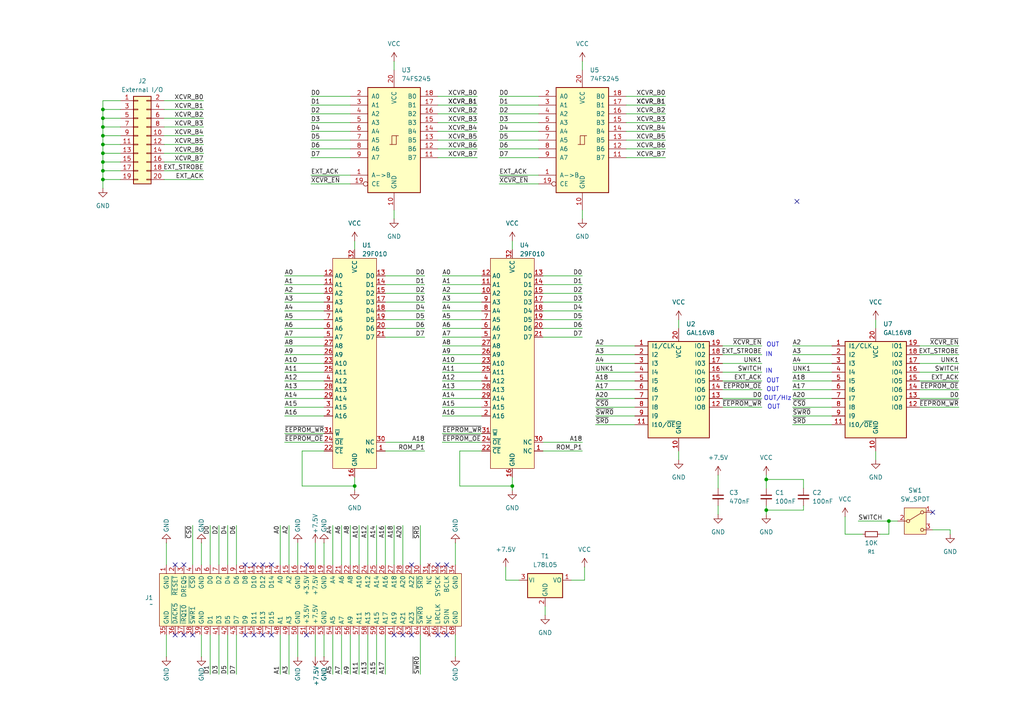
<source format=kicad_sch>
(kicad_sch
	(version 20250114)
	(generator "eeschema")
	(generator_version "9.0")
	(uuid "6a8c2265-be2b-4c23-b289-33a630e86b60")
	(paper "A4")
	
	(text "OUT"
		(exclude_from_sim no)
		(at 222.25 110.49 0)
		(effects
			(font
				(size 1.27 1.27)
			)
			(justify left)
		)
		(uuid "0d8db5fd-eb82-4d7e-b903-acab243ede32")
	)
	(text "OUT"
		(exclude_from_sim no)
		(at 222.25 100.076 0)
		(effects
			(font
				(size 1.27 1.27)
			)
			(justify left)
		)
		(uuid "179b5a48-10b6-46ec-88f8-506ce3c145a5")
	)
	(text "OUT/HIz"
		(exclude_from_sim no)
		(at 221.488 115.57 0)
		(effects
			(font
				(size 1.27 1.27)
			)
			(justify left)
		)
		(uuid "2c799d80-46bb-401e-bfe5-3cf27e691c97")
	)
	(text "OUT"
		(exclude_from_sim no)
		(at 222.25 113.03 0)
		(effects
			(font
				(size 1.27 1.27)
			)
			(justify left)
		)
		(uuid "456cfc37-18b0-426d-8b99-491012f8dd32")
	)
	(text "OUT"
		(exclude_from_sim no)
		(at 222.504 118.11 0)
		(effects
			(font
				(size 1.27 1.27)
			)
			(justify left)
		)
		(uuid "5e77d0de-d70f-4854-a0da-52fa7a9b3bdb")
	)
	(text "IN"
		(exclude_from_sim no)
		(at 221.996 107.696 0)
		(effects
			(font
				(size 1.27 1.27)
			)
			(justify left)
		)
		(uuid "91f87d35-5b94-454a-95d0-3b1958434d03")
	)
	(text "IN"
		(exclude_from_sim no)
		(at 221.996 102.87 0)
		(effects
			(font
				(size 1.27 1.27)
			)
			(justify left)
		)
		(uuid "dcb5d9a0-fe13-40b4-a5f3-4aa4c08189d1")
	)
	(junction
		(at 29.845 39.37)
		(diameter 0)
		(color 0 0 0 0)
		(uuid "08b6da49-e478-428b-a2db-63f3ba1f3e56")
	)
	(junction
		(at 257.81 151.13)
		(diameter 0)
		(color 0 0 0 0)
		(uuid "0b8bb5de-9a53-432b-a930-1c43620cc08a")
	)
	(junction
		(at 222.25 139.065)
		(diameter 0)
		(color 0 0 0 0)
		(uuid "282f9292-e7f0-448f-89d1-a87586b9a2e8")
	)
	(junction
		(at 29.845 44.45)
		(diameter 0)
		(color 0 0 0 0)
		(uuid "2bb0cd86-5cb3-4cd7-9818-296fc6e282f4")
	)
	(junction
		(at 102.87 140.97)
		(diameter 0)
		(color 0 0 0 0)
		(uuid "2c0d5d4d-9b10-461d-bb06-17bc3523aadb")
	)
	(junction
		(at 29.845 36.83)
		(diameter 0)
		(color 0 0 0 0)
		(uuid "3d748003-9ef6-48b7-bdbf-bd9096c8d9fe")
	)
	(junction
		(at 29.845 31.75)
		(diameter 0)
		(color 0 0 0 0)
		(uuid "53f6fbca-29e7-455d-969b-151f8d84148d")
	)
	(junction
		(at 222.25 147.955)
		(diameter 0)
		(color 0 0 0 0)
		(uuid "5e21f2de-ef69-4aed-9f4c-a1458998666b")
	)
	(junction
		(at 29.845 49.53)
		(diameter 0)
		(color 0 0 0 0)
		(uuid "7a716f2b-ff05-431b-bda3-b48250a2a18e")
	)
	(junction
		(at 29.845 46.99)
		(diameter 0)
		(color 0 0 0 0)
		(uuid "b427e1ed-b05e-4de4-bc4b-8ddb84dd4ccf")
	)
	(junction
		(at 29.845 52.07)
		(diameter 0)
		(color 0 0 0 0)
		(uuid "bc2a9171-023c-4729-8744-0ed576668497")
	)
	(junction
		(at 29.845 41.91)
		(diameter 0)
		(color 0 0 0 0)
		(uuid "edea1dbc-1d8d-42a4-ba7b-a75465a771a7")
	)
	(junction
		(at 148.59 140.97)
		(diameter 0)
		(color 0 0 0 0)
		(uuid "f717f54f-0098-49e1-8c1e-f07cb0dbee57")
	)
	(junction
		(at 29.845 34.29)
		(diameter 0)
		(color 0 0 0 0)
		(uuid "f943c7c8-534e-4720-b967-60b2539d647e")
	)
	(no_connect
		(at 88.9 163.83)
		(uuid "09ba0500-e905-4da5-a799-7608434e955d")
	)
	(no_connect
		(at 53.34 184.15)
		(uuid "1009ee27-8578-4462-b5ca-67cc1a016251")
	)
	(no_connect
		(at 78.74 184.15)
		(uuid "123fdaa0-b174-4020-b62e-4304a652a44b")
	)
	(no_connect
		(at 71.12 184.15)
		(uuid "20ce29bd-70ae-40d9-ad56-7896444e7690")
	)
	(no_connect
		(at 50.8 163.83)
		(uuid "28671703-0bf8-4ac9-b08b-cc7f76785785")
	)
	(no_connect
		(at 119.38 184.15)
		(uuid "34cf1b19-3a25-4dcf-b08c-36dced807f92")
	)
	(no_connect
		(at 127 163.83)
		(uuid "4d72afb0-c04f-4a57-982c-bf8a68b2070d")
	)
	(no_connect
		(at 55.88 184.15)
		(uuid "65c2d66f-5bb3-4061-a6ed-7f67017a6880")
	)
	(no_connect
		(at 129.54 184.15)
		(uuid "66f37b2c-23db-4848-946d-239ccf071f37")
	)
	(no_connect
		(at 231.14 58.42)
		(uuid "67e4a2b7-da33-4eb0-b7e4-0986eedc90bc")
	)
	(no_connect
		(at 73.66 163.83)
		(uuid "8aa48de4-f06f-46d0-afb2-63ad717f560d")
	)
	(no_connect
		(at 88.9 184.15)
		(uuid "8ffda328-1b49-453c-a7f3-070aabca1a6e")
	)
	(no_connect
		(at 50.8 184.15)
		(uuid "9f873783-7492-4bfe-af40-e0ee21c84f98")
	)
	(no_connect
		(at 53.34 163.83)
		(uuid "a0156b57-7a86-48e3-9120-766c28bea593")
	)
	(no_connect
		(at 73.66 184.15)
		(uuid "a3e34f99-380d-42e8-86cd-e7e2f03d4a79")
	)
	(no_connect
		(at 129.54 163.83)
		(uuid "a65f3f21-06fb-45ae-a504-370b1ff32361")
	)
	(no_connect
		(at 71.12 163.83)
		(uuid "a8e735e3-488d-47f1-9eea-ef2058d94cab")
	)
	(no_connect
		(at 78.74 163.83)
		(uuid "b56962bd-2163-4a42-a35f-3952fc86f32f")
	)
	(no_connect
		(at 76.2 184.15)
		(uuid "bea93579-e0c3-4ca6-a10f-3dd1d0b38796")
	)
	(no_connect
		(at 127 184.15)
		(uuid "cac16cc1-eb41-4e17-9a3d-c5f2dc2103c1")
	)
	(no_connect
		(at 119.38 163.83)
		(uuid "cd52d49e-2903-478a-873d-e442da0aaf27")
	)
	(no_connect
		(at 114.3 184.15)
		(uuid "cf50a428-73f9-408b-af1e-deece823429d")
	)
	(no_connect
		(at 116.84 184.15)
		(uuid "d49d391b-bc5d-4c7a-934e-0facf4eadbe8")
	)
	(no_connect
		(at 270.51 148.59)
		(uuid "f1d889a8-4f50-4720-b299-516225d41119")
	)
	(no_connect
		(at 76.2 163.83)
		(uuid "f30e2551-84ac-49b8-b7ed-648dc46cabd5")
	)
	(wire
		(pts
			(xy 241.3 107.95) (xy 229.87 107.95)
		)
		(stroke
			(width 0)
			(type default)
		)
		(uuid "00cad865-7fa0-4d81-8bec-676531a41e34")
	)
	(wire
		(pts
			(xy 139.7 82.55) (xy 128.27 82.55)
		)
		(stroke
			(width 0)
			(type default)
		)
		(uuid "019447a4-df4d-454d-92e2-44b55f64d79f")
	)
	(wire
		(pts
			(xy 127 35.56) (xy 138.43 35.56)
		)
		(stroke
			(width 0)
			(type default)
		)
		(uuid "029f2ab0-49f9-42fe-94c4-134fa9fd3a4e")
	)
	(wire
		(pts
			(xy 184.15 115.57) (xy 172.72 115.57)
		)
		(stroke
			(width 0)
			(type default)
		)
		(uuid "02fe6f9e-045e-4a07-b202-370531ab3f89")
	)
	(wire
		(pts
			(xy 139.7 100.33) (xy 128.27 100.33)
		)
		(stroke
			(width 0)
			(type default)
		)
		(uuid "0361c7de-aa40-46cf-940a-a26cd7bd21ae")
	)
	(wire
		(pts
			(xy 270.51 153.67) (xy 275.59 153.67)
		)
		(stroke
			(width 0)
			(type default)
		)
		(uuid "04ff9815-76e0-4cb1-a55b-6621907cbc5d")
	)
	(wire
		(pts
			(xy 47.625 44.45) (xy 59.055 44.45)
		)
		(stroke
			(width 0)
			(type default)
		)
		(uuid "05ac23ce-3c94-41ec-b0cb-49cb883921a1")
	)
	(wire
		(pts
			(xy 93.98 95.25) (xy 82.55 95.25)
		)
		(stroke
			(width 0)
			(type default)
		)
		(uuid "05c22134-9e60-486f-b996-cbb35efeee84")
	)
	(wire
		(pts
			(xy 101.6 184.15) (xy 101.6 195.58)
		)
		(stroke
			(width 0)
			(type default)
		)
		(uuid "0760f805-6b94-4ffd-a9f2-a44bc8f91f6a")
	)
	(wire
		(pts
			(xy 93.98 90.17) (xy 82.55 90.17)
		)
		(stroke
			(width 0)
			(type default)
		)
		(uuid "0835c1ef-06da-4444-973a-0c4b10930e87")
	)
	(wire
		(pts
			(xy 91.44 190.5) (xy 91.44 184.15)
		)
		(stroke
			(width 0)
			(type default)
		)
		(uuid "08f9dbc9-0f16-4bf5-bbd3-738effa31817")
	)
	(wire
		(pts
			(xy 101.6 38.1) (xy 90.17 38.1)
		)
		(stroke
			(width 0)
			(type default)
		)
		(uuid "0a042376-b3e2-443c-a6c3-cdc88c1f6ffd")
	)
	(wire
		(pts
			(xy 208.28 146.685) (xy 208.28 149.225)
		)
		(stroke
			(width 0)
			(type default)
		)
		(uuid "0fba4756-23bd-475b-a710-70cb4cc08743")
	)
	(wire
		(pts
			(xy 111.76 95.25) (xy 123.19 95.25)
		)
		(stroke
			(width 0)
			(type default)
		)
		(uuid "1044b09e-0f28-4160-94f5-4ce834b76161")
	)
	(wire
		(pts
			(xy 91.44 157.48) (xy 91.44 163.83)
		)
		(stroke
			(width 0)
			(type default)
		)
		(uuid "11ab5957-a96f-4af1-bc94-9f5f166eb6b8")
	)
	(wire
		(pts
			(xy 63.5 184.15) (xy 63.5 195.58)
		)
		(stroke
			(width 0)
			(type default)
		)
		(uuid "11b61c8e-2756-4d5a-9d9d-5bf9f75ac403")
	)
	(wire
		(pts
			(xy 93.98 105.41) (xy 82.55 105.41)
		)
		(stroke
			(width 0)
			(type default)
		)
		(uuid "11c3fc75-223c-4e19-92c0-b5cf6bffb023")
	)
	(wire
		(pts
			(xy 63.5 163.83) (xy 63.5 152.4)
		)
		(stroke
			(width 0)
			(type default)
		)
		(uuid "11e98b60-716e-4bfc-924e-f180691251ad")
	)
	(wire
		(pts
			(xy 96.52 163.83) (xy 96.52 152.4)
		)
		(stroke
			(width 0)
			(type default)
		)
		(uuid "12625378-f8da-497b-8588-6a990a833716")
	)
	(wire
		(pts
			(xy 157.48 95.25) (xy 168.91 95.25)
		)
		(stroke
			(width 0)
			(type default)
		)
		(uuid "130e5353-1912-46f4-b347-88451ef8fe80")
	)
	(wire
		(pts
			(xy 208.28 137.795) (xy 208.28 141.605)
		)
		(stroke
			(width 0)
			(type default)
		)
		(uuid "15bef90f-5a55-4000-b3e4-90ae62c82bbd")
	)
	(wire
		(pts
			(xy 114.3 60.96) (xy 114.3 63.5)
		)
		(stroke
			(width 0)
			(type default)
		)
		(uuid "15ffaaee-d4cb-407b-a83f-52d74338c59c")
	)
	(wire
		(pts
			(xy 127 45.72) (xy 138.43 45.72)
		)
		(stroke
			(width 0)
			(type default)
		)
		(uuid "16010ff0-9c45-4e02-a3f5-65b771a71f9e")
	)
	(wire
		(pts
			(xy 266.7 110.49) (xy 278.13 110.49)
		)
		(stroke
			(width 0)
			(type default)
		)
		(uuid "163aa678-c021-4d57-95ba-5340a55f38ae")
	)
	(wire
		(pts
			(xy 241.3 115.57) (xy 229.87 115.57)
		)
		(stroke
			(width 0)
			(type default)
		)
		(uuid "1656c8a6-e976-40ee-8cee-c3d8b18fd599")
	)
	(wire
		(pts
			(xy 127 40.64) (xy 138.43 40.64)
		)
		(stroke
			(width 0)
			(type default)
		)
		(uuid "178860ac-4a77-44bb-be8d-4e660ad1a375")
	)
	(wire
		(pts
			(xy 209.55 115.57) (xy 220.98 115.57)
		)
		(stroke
			(width 0)
			(type default)
		)
		(uuid "18af8eb3-6c1c-499a-a36f-84b60c2004ed")
	)
	(wire
		(pts
			(xy 158.115 175.895) (xy 158.115 178.435)
		)
		(stroke
			(width 0)
			(type default)
		)
		(uuid "199f4df6-5b2a-434b-9081-70505fa968d5")
	)
	(wire
		(pts
			(xy 29.845 34.29) (xy 34.925 34.29)
		)
		(stroke
			(width 0)
			(type default)
		)
		(uuid "19cfd700-f819-400e-a284-03b7556ec532")
	)
	(wire
		(pts
			(xy 157.48 97.79) (xy 168.91 97.79)
		)
		(stroke
			(width 0)
			(type default)
		)
		(uuid "1b24eb31-b8d1-4a3f-8146-5b2dcc53ec69")
	)
	(wire
		(pts
			(xy 93.98 110.49) (xy 82.55 110.49)
		)
		(stroke
			(width 0)
			(type default)
		)
		(uuid "1b6b50b9-9123-4559-b441-927195422b80")
	)
	(wire
		(pts
			(xy 132.08 157.48) (xy 132.08 163.83)
		)
		(stroke
			(width 0)
			(type default)
		)
		(uuid "1bd96de4-659b-426c-8fae-53fd173cdf4f")
	)
	(wire
		(pts
			(xy 102.87 140.97) (xy 102.87 142.24)
		)
		(stroke
			(width 0)
			(type default)
		)
		(uuid "1e1a067b-d1f3-4330-9734-87d63ae2c150")
	)
	(wire
		(pts
			(xy 245.11 149.86) (xy 245.11 154.94)
		)
		(stroke
			(width 0)
			(type default)
		)
		(uuid "1e62fafe-80f3-4695-9f3f-29f9be0e1607")
	)
	(wire
		(pts
			(xy 148.59 140.97) (xy 148.59 142.24)
		)
		(stroke
			(width 0)
			(type default)
		)
		(uuid "22279a59-b09b-4ba2-8ca9-5a75fdca6599")
	)
	(wire
		(pts
			(xy 222.25 139.065) (xy 222.25 141.605)
		)
		(stroke
			(width 0)
			(type default)
		)
		(uuid "262a7df6-5870-4a04-8496-0d1e614a0b43")
	)
	(wire
		(pts
			(xy 114.3 163.83) (xy 114.3 152.4)
		)
		(stroke
			(width 0)
			(type default)
		)
		(uuid "27b8aecf-8a29-4e30-b078-47df0308e6a3")
	)
	(wire
		(pts
			(xy 241.3 118.11) (xy 229.87 118.11)
		)
		(stroke
			(width 0)
			(type default)
		)
		(uuid "29aed646-ae0d-4850-93e5-ea8952d906c5")
	)
	(wire
		(pts
			(xy 156.21 33.02) (xy 144.78 33.02)
		)
		(stroke
			(width 0)
			(type default)
		)
		(uuid "2afd436a-7516-4d38-adc6-acbd9324065a")
	)
	(wire
		(pts
			(xy 101.6 50.8) (xy 90.17 50.8)
		)
		(stroke
			(width 0)
			(type default)
		)
		(uuid "2b256655-1a38-4f62-a39b-3040ffa2d266")
	)
	(wire
		(pts
			(xy 184.15 107.95) (xy 172.72 107.95)
		)
		(stroke
			(width 0)
			(type default)
		)
		(uuid "2bf28fc8-bab1-480c-818f-f0559f389ac5")
	)
	(wire
		(pts
			(xy 47.625 52.07) (xy 59.055 52.07)
		)
		(stroke
			(width 0)
			(type default)
		)
		(uuid "2d5162a7-bf3c-4dc3-b72e-ffb386807e73")
	)
	(wire
		(pts
			(xy 47.625 46.99) (xy 59.055 46.99)
		)
		(stroke
			(width 0)
			(type default)
		)
		(uuid "2de542d7-54c8-412b-9e92-0d234894a9ca")
	)
	(wire
		(pts
			(xy 255.27 154.94) (xy 257.81 154.94)
		)
		(stroke
			(width 0)
			(type default)
		)
		(uuid "2f67eb7c-a19c-4500-92a0-a732c1d5c977")
	)
	(wire
		(pts
			(xy 58.42 157.48) (xy 58.42 163.83)
		)
		(stroke
			(width 0)
			(type default)
		)
		(uuid "324c1720-3454-4cf1-88fc-062b4af835dd")
	)
	(wire
		(pts
			(xy 139.7 92.71) (xy 128.27 92.71)
		)
		(stroke
			(width 0)
			(type default)
		)
		(uuid "32c1b5a4-c06b-405d-bde6-9fdf5712810c")
	)
	(wire
		(pts
			(xy 93.98 82.55) (xy 82.55 82.55)
		)
		(stroke
			(width 0)
			(type default)
		)
		(uuid "33af8bad-0ba5-44f1-bf4c-33afcd2b3916")
	)
	(wire
		(pts
			(xy 139.7 125.73) (xy 128.27 125.73)
		)
		(stroke
			(width 0)
			(type default)
		)
		(uuid "34044bcf-34de-45d2-8b8e-1ac34386b6cf")
	)
	(wire
		(pts
			(xy 29.845 34.29) (xy 29.845 31.75)
		)
		(stroke
			(width 0)
			(type default)
		)
		(uuid "345fe897-4af7-4e06-8ce8-1262a170783b")
	)
	(wire
		(pts
			(xy 139.7 128.27) (xy 128.27 128.27)
		)
		(stroke
			(width 0)
			(type default)
		)
		(uuid "3566385b-7d95-4a48-90f8-966ea136e8dd")
	)
	(wire
		(pts
			(xy 169.545 168.275) (xy 169.545 164.465)
		)
		(stroke
			(width 0)
			(type default)
		)
		(uuid "35c3f077-1678-4864-8add-fdef39f36ec9")
	)
	(wire
		(pts
			(xy 29.845 29.21) (xy 34.925 29.21)
		)
		(stroke
			(width 0)
			(type default)
		)
		(uuid "36c99c48-0fe6-4bd9-8f13-842038c1491a")
	)
	(wire
		(pts
			(xy 93.98 80.01) (xy 82.55 80.01)
		)
		(stroke
			(width 0)
			(type default)
		)
		(uuid "36c9eade-a1c5-44a6-aebb-2f3d7222c493")
	)
	(wire
		(pts
			(xy 29.845 31.75) (xy 34.925 31.75)
		)
		(stroke
			(width 0)
			(type default)
		)
		(uuid "37d32ec3-c576-46eb-9e98-d158a081422c")
	)
	(wire
		(pts
			(xy 222.25 147.955) (xy 222.25 149.225)
		)
		(stroke
			(width 0)
			(type default)
		)
		(uuid "38f4f878-ccd9-461a-955c-6d29733d0a76")
	)
	(wire
		(pts
			(xy 68.58 163.83) (xy 68.58 152.4)
		)
		(stroke
			(width 0)
			(type default)
		)
		(uuid "39527db7-0dfb-4d7b-be3c-73d780e5418d")
	)
	(wire
		(pts
			(xy 111.76 97.79) (xy 123.19 97.79)
		)
		(stroke
			(width 0)
			(type default)
		)
		(uuid "39eeeab1-99c4-442b-9067-8d614ea99f3b")
	)
	(wire
		(pts
			(xy 184.15 105.41) (xy 172.72 105.41)
		)
		(stroke
			(width 0)
			(type default)
		)
		(uuid "3a87d0f7-165a-4c92-86ff-9c4351a541b1")
	)
	(wire
		(pts
			(xy 222.25 147.955) (xy 233.045 147.955)
		)
		(stroke
			(width 0)
			(type default)
		)
		(uuid "3f3824f4-6e8f-4a6e-b7fe-c07bfa4af525")
	)
	(wire
		(pts
			(xy 184.15 110.49) (xy 172.72 110.49)
		)
		(stroke
			(width 0)
			(type default)
		)
		(uuid "3f38a81c-4a51-4306-a536-e16f9fefd4aa")
	)
	(wire
		(pts
			(xy 241.3 105.41) (xy 229.87 105.41)
		)
		(stroke
			(width 0)
			(type default)
		)
		(uuid "3f65cb15-e1e3-471a-b984-2e33524eb243")
	)
	(wire
		(pts
			(xy 241.3 102.87) (xy 229.87 102.87)
		)
		(stroke
			(width 0)
			(type default)
		)
		(uuid "40214446-f847-4c0b-b937-4835e79486ae")
	)
	(wire
		(pts
			(xy 139.7 110.49) (xy 128.27 110.49)
		)
		(stroke
			(width 0)
			(type default)
		)
		(uuid "40890777-8e4d-480d-b5ba-980980b18897")
	)
	(wire
		(pts
			(xy 156.21 35.56) (xy 144.78 35.56)
		)
		(stroke
			(width 0)
			(type default)
		)
		(uuid "40db5974-46c9-4b52-8a00-025726244138")
	)
	(wire
		(pts
			(xy 83.82 184.15) (xy 83.82 195.58)
		)
		(stroke
			(width 0)
			(type default)
		)
		(uuid "410f6c4a-b223-47d0-9173-992cb64c10d0")
	)
	(wire
		(pts
			(xy 157.48 82.55) (xy 168.91 82.55)
		)
		(stroke
			(width 0)
			(type default)
		)
		(uuid "41bcbe1a-a581-42e6-a66e-361c2788a11d")
	)
	(wire
		(pts
			(xy 133.35 130.81) (xy 139.7 130.81)
		)
		(stroke
			(width 0)
			(type default)
		)
		(uuid "4259bccc-2e09-4cac-abab-60b689c2722d")
	)
	(wire
		(pts
			(xy 157.48 80.01) (xy 168.91 80.01)
		)
		(stroke
			(width 0)
			(type default)
		)
		(uuid "4459f6f4-e869-48c7-9e35-4b8553ff22e2")
	)
	(wire
		(pts
			(xy 29.845 39.37) (xy 29.845 36.83)
		)
		(stroke
			(width 0)
			(type default)
		)
		(uuid "472602f3-fa6f-4698-a9e6-427038193f51")
	)
	(wire
		(pts
			(xy 157.48 130.81) (xy 168.91 130.81)
		)
		(stroke
			(width 0)
			(type default)
		)
		(uuid "477a8d5e-f8be-4850-a02e-ac1a664606da")
	)
	(wire
		(pts
			(xy 29.845 54.61) (xy 29.845 52.07)
		)
		(stroke
			(width 0)
			(type default)
		)
		(uuid "48b7b38d-7465-4e4f-bee2-865d7c24214e")
	)
	(wire
		(pts
			(xy 114.3 17.78) (xy 114.3 20.32)
		)
		(stroke
			(width 0)
			(type default)
		)
		(uuid "4a075a48-8124-46a7-85a2-0e64ea28c877")
	)
	(wire
		(pts
			(xy 254 130.81) (xy 254 133.35)
		)
		(stroke
			(width 0)
			(type default)
		)
		(uuid "4a6db21a-4599-4d55-aa52-6c12f39c954c")
	)
	(wire
		(pts
			(xy 96.52 184.15) (xy 96.52 195.58)
		)
		(stroke
			(width 0)
			(type default)
		)
		(uuid "4bb139ca-4705-45c1-81b7-54fb1917cd41")
	)
	(wire
		(pts
			(xy 48.26 157.48) (xy 48.26 163.83)
		)
		(stroke
			(width 0)
			(type default)
		)
		(uuid "4c3732c2-211d-4196-87f5-9cd9fbb78ac6")
	)
	(wire
		(pts
			(xy 157.48 92.71) (xy 168.91 92.71)
		)
		(stroke
			(width 0)
			(type default)
		)
		(uuid "4d05cec9-d3b3-4f31-96a3-d4cd468823fd")
	)
	(wire
		(pts
			(xy 139.7 97.79) (xy 128.27 97.79)
		)
		(stroke
			(width 0)
			(type default)
		)
		(uuid "4d7e2c33-68b3-4634-a89c-760c18b0e278")
	)
	(wire
		(pts
			(xy 93.98 87.63) (xy 82.55 87.63)
		)
		(stroke
			(width 0)
			(type default)
		)
		(uuid "5269c16c-cf9f-448f-8b85-e067c53e2174")
	)
	(wire
		(pts
			(xy 156.21 38.1) (xy 144.78 38.1)
		)
		(stroke
			(width 0)
			(type default)
		)
		(uuid "530036ab-475d-430f-b4f3-430e54b91a34")
	)
	(wire
		(pts
			(xy 111.76 130.81) (xy 123.19 130.81)
		)
		(stroke
			(width 0)
			(type default)
		)
		(uuid "530cdb19-2fd4-4c81-b4d9-d845baa2d764")
	)
	(wire
		(pts
			(xy 233.045 147.955) (xy 233.045 146.685)
		)
		(stroke
			(width 0)
			(type default)
		)
		(uuid "534ba51f-0a83-4c1c-ac77-e07a7578a3cd")
	)
	(wire
		(pts
			(xy 29.845 41.91) (xy 29.845 39.37)
		)
		(stroke
			(width 0)
			(type default)
		)
		(uuid "537db146-e94e-4956-9580-ca75a21af3e7")
	)
	(wire
		(pts
			(xy 181.61 30.48) (xy 193.04 30.48)
		)
		(stroke
			(width 0)
			(type default)
		)
		(uuid "53d9fdb3-5197-4bd4-b566-b866ecb6d73b")
	)
	(wire
		(pts
			(xy 101.6 27.94) (xy 90.17 27.94)
		)
		(stroke
			(width 0)
			(type default)
		)
		(uuid "55726537-661d-4bdc-88fa-576c6ad5c99c")
	)
	(wire
		(pts
			(xy 93.98 115.57) (xy 82.55 115.57)
		)
		(stroke
			(width 0)
			(type default)
		)
		(uuid "56c74dbf-ec77-4e59-b0f0-8fe2092fd8ba")
	)
	(wire
		(pts
			(xy 93.98 107.95) (xy 82.55 107.95)
		)
		(stroke
			(width 0)
			(type default)
		)
		(uuid "56dd1450-3307-4ea0-85e5-167db031a70c")
	)
	(wire
		(pts
			(xy 241.3 100.33) (xy 229.87 100.33)
		)
		(stroke
			(width 0)
			(type default)
		)
		(uuid "56e4fc67-2773-49bb-a14a-4a5cd421de3d")
	)
	(wire
		(pts
			(xy 209.55 107.95) (xy 220.98 107.95)
		)
		(stroke
			(width 0)
			(type default)
		)
		(uuid "573d35d0-92fe-41d4-89c8-3202ed04f517")
	)
	(wire
		(pts
			(xy 181.61 35.56) (xy 193.04 35.56)
		)
		(stroke
			(width 0)
			(type default)
		)
		(uuid "57690d25-e27d-44e0-a1dd-cc7d7e9aabf1")
	)
	(wire
		(pts
			(xy 47.625 39.37) (xy 59.055 39.37)
		)
		(stroke
			(width 0)
			(type default)
		)
		(uuid "590d901b-23fa-461b-a5a7-e6f21589239c")
	)
	(wire
		(pts
			(xy 47.625 31.75) (xy 59.055 31.75)
		)
		(stroke
			(width 0)
			(type default)
		)
		(uuid "59dadf9b-ce8c-4c0b-b083-fb0a9e70b9ee")
	)
	(wire
		(pts
			(xy 86.36 157.48) (xy 86.36 163.83)
		)
		(stroke
			(width 0)
			(type default)
		)
		(uuid "5a6d5f48-8224-4d29-a2b6-dff4338facac")
	)
	(wire
		(pts
			(xy 148.59 140.97) (xy 133.35 140.97)
		)
		(stroke
			(width 0)
			(type default)
		)
		(uuid "5e6247c0-d491-4634-9126-8bc99cb7f538")
	)
	(wire
		(pts
			(xy 184.15 102.87) (xy 172.72 102.87)
		)
		(stroke
			(width 0)
			(type default)
		)
		(uuid "5f2c65e1-d8fb-43ef-9afa-171bb44c1d7b")
	)
	(wire
		(pts
			(xy 241.3 110.49) (xy 229.87 110.49)
		)
		(stroke
			(width 0)
			(type default)
		)
		(uuid "5f2f8930-eadd-4bb0-9617-51748eb75ece")
	)
	(wire
		(pts
			(xy 266.7 107.95) (xy 278.13 107.95)
		)
		(stroke
			(width 0)
			(type default)
		)
		(uuid "60dd7123-d96e-4a45-bcbc-2ebeccd0c0b8")
	)
	(wire
		(pts
			(xy 93.98 100.33) (xy 82.55 100.33)
		)
		(stroke
			(width 0)
			(type default)
		)
		(uuid "63d66da3-0a55-4570-bbbe-ebdbf955a7ef")
	)
	(wire
		(pts
			(xy 181.61 43.18) (xy 193.04 43.18)
		)
		(stroke
			(width 0)
			(type default)
		)
		(uuid "6494dbda-3393-4479-97b0-c9c01bead305")
	)
	(wire
		(pts
			(xy 157.48 87.63) (xy 168.91 87.63)
		)
		(stroke
			(width 0)
			(type default)
		)
		(uuid "64afd31b-f79a-4003-9bec-46f710b7fddc")
	)
	(wire
		(pts
			(xy 146.685 168.275) (xy 150.495 168.275)
		)
		(stroke
			(width 0)
			(type default)
		)
		(uuid "66277a3e-b2b9-492a-ab2c-b4ba0389b11f")
	)
	(wire
		(pts
			(xy 111.76 90.17) (xy 123.19 90.17)
		)
		(stroke
			(width 0)
			(type default)
		)
		(uuid "66904366-28b3-4c65-92f6-2923436f9bac")
	)
	(wire
		(pts
			(xy 127 38.1) (xy 138.43 38.1)
		)
		(stroke
			(width 0)
			(type default)
		)
		(uuid "691db13f-cf12-422c-a31b-e47e69765146")
	)
	(wire
		(pts
			(xy 29.845 52.07) (xy 34.925 52.07)
		)
		(stroke
			(width 0)
			(type default)
		)
		(uuid "697010d1-71ea-42eb-84d3-d52c8dc7c8da")
	)
	(wire
		(pts
			(xy 101.6 30.48) (xy 90.17 30.48)
		)
		(stroke
			(width 0)
			(type default)
		)
		(uuid "69ba10cb-247c-4a09-9587-9d12585245c7")
	)
	(wire
		(pts
			(xy 102.87 69.85) (xy 102.87 72.39)
		)
		(stroke
			(width 0)
			(type default)
		)
		(uuid "69c49e75-64c6-46b7-8619-7d3385a4513f")
	)
	(wire
		(pts
			(xy 66.04 163.83) (xy 66.04 152.4)
		)
		(stroke
			(width 0)
			(type default)
		)
		(uuid "69fe8a8e-e508-45c7-aec7-635e8ce0e92f")
	)
	(wire
		(pts
			(xy 47.625 41.91) (xy 59.055 41.91)
		)
		(stroke
			(width 0)
			(type default)
		)
		(uuid "6a15f165-d1b8-4ff1-b877-7995361c2fa7")
	)
	(wire
		(pts
			(xy 106.68 163.83) (xy 106.68 152.4)
		)
		(stroke
			(width 0)
			(type default)
		)
		(uuid "6a173631-1ba9-4ad3-a4a8-fb2deb73495d")
	)
	(wire
		(pts
			(xy 132.08 190.5) (xy 132.08 184.15)
		)
		(stroke
			(width 0)
			(type default)
		)
		(uuid "6c5dcb00-7c60-47d3-a71f-8e0c1a8def53")
	)
	(wire
		(pts
			(xy 121.92 163.83) (xy 121.92 152.4)
		)
		(stroke
			(width 0)
			(type default)
		)
		(uuid "6cceb4dd-2a75-40f3-8b6d-c75ccae21952")
	)
	(wire
		(pts
			(xy 139.7 118.11) (xy 128.27 118.11)
		)
		(stroke
			(width 0)
			(type default)
		)
		(uuid "6d0a172f-3ade-41ec-a1d1-2ff8eae0eb1d")
	)
	(wire
		(pts
			(xy 66.04 184.15) (xy 66.04 195.58)
		)
		(stroke
			(width 0)
			(type default)
		)
		(uuid "728db3ad-a87f-4648-9963-3487d6b790a8")
	)
	(wire
		(pts
			(xy 139.7 120.65) (xy 128.27 120.65)
		)
		(stroke
			(width 0)
			(type default)
		)
		(uuid "76f9b9e6-5ef7-4926-9340-359b47bc5f61")
	)
	(wire
		(pts
			(xy 121.92 184.15) (xy 121.92 195.58)
		)
		(stroke
			(width 0)
			(type default)
		)
		(uuid "771e52c5-867d-4c6d-ae9b-619d17d015f0")
	)
	(wire
		(pts
			(xy 233.045 139.065) (xy 233.045 141.605)
		)
		(stroke
			(width 0)
			(type default)
		)
		(uuid "78b9fcfe-90f8-4ad4-980a-a69afe62216f")
	)
	(wire
		(pts
			(xy 196.85 130.81) (xy 196.85 133.35)
		)
		(stroke
			(width 0)
			(type default)
		)
		(uuid "793e8f7f-3bef-4753-940b-62884b558055")
	)
	(wire
		(pts
			(xy 102.87 138.43) (xy 102.87 140.97)
		)
		(stroke
			(width 0)
			(type default)
		)
		(uuid "7a3b0b6f-bc33-4c40-ab95-4ce76bc3e7a5")
	)
	(wire
		(pts
			(xy 111.76 128.27) (xy 123.19 128.27)
		)
		(stroke
			(width 0)
			(type default)
		)
		(uuid "7a769c12-de6f-4229-87b4-ba838bb60a3a")
	)
	(wire
		(pts
			(xy 184.15 100.33) (xy 172.72 100.33)
		)
		(stroke
			(width 0)
			(type default)
		)
		(uuid "7a99dfe1-a15a-4f92-8ca8-ed7c07343053")
	)
	(wire
		(pts
			(xy 101.6 53.34) (xy 90.17 53.34)
		)
		(stroke
			(width 0)
			(type default)
		)
		(uuid "7aad0dd7-3842-4dac-886a-e2699f945561")
	)
	(wire
		(pts
			(xy 241.3 120.65) (xy 229.87 120.65)
		)
		(stroke
			(width 0)
			(type default)
		)
		(uuid "7cbad3bf-42ec-44d8-81a8-57738f129e3d")
	)
	(wire
		(pts
			(xy 139.7 107.95) (xy 128.27 107.95)
		)
		(stroke
			(width 0)
			(type default)
		)
		(uuid "7de01250-319d-49db-8870-df32a4456c68")
	)
	(wire
		(pts
			(xy 68.58 184.15) (xy 68.58 195.58)
		)
		(stroke
			(width 0)
			(type default)
		)
		(uuid "7ef18406-f463-475f-9e15-2155ca0e263d")
	)
	(wire
		(pts
			(xy 184.15 120.65) (xy 172.72 120.65)
		)
		(stroke
			(width 0)
			(type default)
		)
		(uuid "7f871491-d372-44ab-8d82-58a0af2286bb")
	)
	(wire
		(pts
			(xy 104.14 184.15) (xy 104.14 195.58)
		)
		(stroke
			(width 0)
			(type default)
		)
		(uuid "7fd767b5-ecc0-4611-a231-2126b3e19499")
	)
	(wire
		(pts
			(xy 29.845 52.07) (xy 29.845 49.53)
		)
		(stroke
			(width 0)
			(type default)
		)
		(uuid "7fdb7784-fbab-4391-bde4-04d85b9bbe66")
	)
	(wire
		(pts
			(xy 209.55 102.87) (xy 220.98 102.87)
		)
		(stroke
			(width 0)
			(type default)
		)
		(uuid "802b4af6-8c58-41f6-b3c6-237ed31b4687")
	)
	(wire
		(pts
			(xy 93.98 118.11) (xy 82.55 118.11)
		)
		(stroke
			(width 0)
			(type default)
		)
		(uuid "81dcc263-f279-4e91-963b-5a70496c66e8")
	)
	(wire
		(pts
			(xy 47.625 29.21) (xy 59.055 29.21)
		)
		(stroke
			(width 0)
			(type default)
		)
		(uuid "823c26ce-d66d-4dc4-b49b-499dc5ed5e1b")
	)
	(wire
		(pts
			(xy 29.845 49.53) (xy 34.925 49.53)
		)
		(stroke
			(width 0)
			(type default)
		)
		(uuid "84cc302b-682a-49bb-8c42-b3ddc968761d")
	)
	(wire
		(pts
			(xy 81.28 184.15) (xy 81.28 195.58)
		)
		(stroke
			(width 0)
			(type default)
		)
		(uuid "870d540d-8135-451d-8077-86805264b97d")
	)
	(wire
		(pts
			(xy 156.21 53.34) (xy 144.78 53.34)
		)
		(stroke
			(width 0)
			(type default)
		)
		(uuid "890df057-1b2d-4cc0-bc23-aceb5d3e3260")
	)
	(wire
		(pts
			(xy 209.55 105.41) (xy 220.98 105.41)
		)
		(stroke
			(width 0)
			(type default)
		)
		(uuid "8a2f4051-dc1c-4947-8263-1c0ea0a03283")
	)
	(wire
		(pts
			(xy 157.48 128.27) (xy 168.91 128.27)
		)
		(stroke
			(width 0)
			(type default)
		)
		(uuid "8c04e232-4f12-446e-b779-6c39cdd264a2")
	)
	(wire
		(pts
			(xy 181.61 45.72) (xy 193.04 45.72)
		)
		(stroke
			(width 0)
			(type default)
		)
		(uuid "8d04fc45-2077-49d4-94c2-dd3bc75c582e")
	)
	(wire
		(pts
			(xy 139.7 90.17) (xy 128.27 90.17)
		)
		(stroke
			(width 0)
			(type default)
		)
		(uuid "8ddc67e6-a59e-4a77-86af-08603409088d")
	)
	(wire
		(pts
			(xy 93.98 102.87) (xy 82.55 102.87)
		)
		(stroke
			(width 0)
			(type default)
		)
		(uuid "8e128c09-10f1-4299-9aa3-449497362511")
	)
	(wire
		(pts
			(xy 101.6 43.18) (xy 90.17 43.18)
		)
		(stroke
			(width 0)
			(type default)
		)
		(uuid "8fb41392-3890-4678-b626-da269a18d7ba")
	)
	(wire
		(pts
			(xy 139.7 113.03) (xy 128.27 113.03)
		)
		(stroke
			(width 0)
			(type default)
		)
		(uuid "900dbab0-e66f-41f0-8995-ea64861d7077")
	)
	(wire
		(pts
			(xy 93.98 85.09) (xy 82.55 85.09)
		)
		(stroke
			(width 0)
			(type default)
		)
		(uuid "9028fb04-01c8-498d-8d4f-1bbc115376d3")
	)
	(wire
		(pts
			(xy 139.7 87.63) (xy 128.27 87.63)
		)
		(stroke
			(width 0)
			(type default)
		)
		(uuid "907dbae0-27f1-4bb9-b590-f736c52e55f9")
	)
	(wire
		(pts
			(xy 156.21 27.94) (xy 144.78 27.94)
		)
		(stroke
			(width 0)
			(type default)
		)
		(uuid "90ea354d-4b30-4262-8ee9-55143ee7a8f6")
	)
	(wire
		(pts
			(xy 184.15 123.19) (xy 172.72 123.19)
		)
		(stroke
			(width 0)
			(type default)
		)
		(uuid "914c4f65-94be-42b2-9932-61f1096f54a3")
	)
	(wire
		(pts
			(xy 60.96 184.15) (xy 60.96 195.58)
		)
		(stroke
			(width 0)
			(type default)
		)
		(uuid "92734589-930a-4c92-9ccc-436c297aad02")
	)
	(wire
		(pts
			(xy 184.15 113.03) (xy 172.72 113.03)
		)
		(stroke
			(width 0)
			(type default)
		)
		(uuid "92b7bb71-eacd-49b4-8843-3878786632dc")
	)
	(wire
		(pts
			(xy 241.3 113.03) (xy 229.87 113.03)
		)
		(stroke
			(width 0)
			(type default)
		)
		(uuid "96e04a7a-09d8-40ca-9f22-bb128ece30fe")
	)
	(wire
		(pts
			(xy 257.81 151.13) (xy 248.92 151.13)
		)
		(stroke
			(width 0)
			(type default)
		)
		(uuid "99947152-43da-4182-b0e9-b8fcddd5a820")
	)
	(wire
		(pts
			(xy 93.98 120.65) (xy 82.55 120.65)
		)
		(stroke
			(width 0)
			(type default)
		)
		(uuid "99ce8a05-d5fc-45b9-acc5-bd6613adbbbc")
	)
	(wire
		(pts
			(xy 168.91 60.96) (xy 168.91 63.5)
		)
		(stroke
			(width 0)
			(type default)
		)
		(uuid "9bcdf6fa-8681-4650-ba6b-24615aec6a6b")
	)
	(wire
		(pts
			(xy 241.3 123.19) (xy 229.87 123.19)
		)
		(stroke
			(width 0)
			(type default)
		)
		(uuid "9c0cf324-7427-467d-824e-e121652f0e60")
	)
	(wire
		(pts
			(xy 127 30.48) (xy 138.43 30.48)
		)
		(stroke
			(width 0)
			(type default)
		)
		(uuid "9db1889c-b052-4331-818b-e2e5c14704f1")
	)
	(wire
		(pts
			(xy 209.55 110.49) (xy 220.98 110.49)
		)
		(stroke
			(width 0)
			(type default)
		)
		(uuid "9db5cd1a-26a6-4f90-8506-278e224fea25")
	)
	(wire
		(pts
			(xy 111.76 92.71) (xy 123.19 92.71)
		)
		(stroke
			(width 0)
			(type default)
		)
		(uuid "9df70fcd-ce30-4a94-85ad-baef1edda6f0")
	)
	(wire
		(pts
			(xy 93.98 190.5) (xy 93.98 184.15)
		)
		(stroke
			(width 0)
			(type default)
		)
		(uuid "9e06e4be-8abe-443c-a4a1-50c814549d4f")
	)
	(wire
		(pts
			(xy 101.6 35.56) (xy 90.17 35.56)
		)
		(stroke
			(width 0)
			(type default)
		)
		(uuid "9f86dc8e-8c48-4dd2-9b64-3cca83da8826")
	)
	(wire
		(pts
			(xy 109.22 163.83) (xy 109.22 152.4)
		)
		(stroke
			(width 0)
			(type default)
		)
		(uuid "a0de39bd-663a-4e48-b3b9-01ff0631407f")
	)
	(wire
		(pts
			(xy 29.845 44.45) (xy 29.845 41.91)
		)
		(stroke
			(width 0)
			(type default)
		)
		(uuid "a1302f1b-ca32-45c3-aa3a-0f5933fa619f")
	)
	(wire
		(pts
			(xy 101.6 163.83) (xy 101.6 152.4)
		)
		(stroke
			(width 0)
			(type default)
		)
		(uuid "a3bba8ba-5003-4e35-ab1c-6f793dcf8320")
	)
	(wire
		(pts
			(xy 209.55 100.33) (xy 220.98 100.33)
		)
		(stroke
			(width 0)
			(type default)
		)
		(uuid "a4017447-b0bc-4850-8b39-234c1b616cac")
	)
	(wire
		(pts
			(xy 47.625 34.29) (xy 59.055 34.29)
		)
		(stroke
			(width 0)
			(type default)
		)
		(uuid "a481857d-2c8f-4a95-865d-f1bcea024d55")
	)
	(wire
		(pts
			(xy 60.96 163.83) (xy 60.96 152.4)
		)
		(stroke
			(width 0)
			(type default)
		)
		(uuid "a742e15c-1efa-4a42-9871-b996e1eaae94")
	)
	(wire
		(pts
			(xy 181.61 40.64) (xy 193.04 40.64)
		)
		(stroke
			(width 0)
			(type default)
		)
		(uuid "a8d79c6a-9ab6-4941-b364-0d38ae600024")
	)
	(wire
		(pts
			(xy 245.11 154.94) (xy 250.19 154.94)
		)
		(stroke
			(width 0)
			(type default)
		)
		(uuid "a9792138-9a6c-4928-9c17-d683292fdea0")
	)
	(wire
		(pts
			(xy 157.48 85.09) (xy 168.91 85.09)
		)
		(stroke
			(width 0)
			(type default)
		)
		(uuid "aa5eb81b-dbed-49fc-a25d-2a8b7f22d2a3")
	)
	(wire
		(pts
			(xy 148.59 69.85) (xy 148.59 72.39)
		)
		(stroke
			(width 0)
			(type default)
		)
		(uuid "abaca4a3-cfcc-43a3-b637-e7c1fef3fb06")
	)
	(wire
		(pts
			(xy 266.7 100.33) (xy 278.13 100.33)
		)
		(stroke
			(width 0)
			(type default)
		)
		(uuid "ac5b311c-fdb3-41b6-90d4-98c6ed1644d6")
	)
	(wire
		(pts
			(xy 156.21 50.8) (xy 144.78 50.8)
		)
		(stroke
			(width 0)
			(type default)
		)
		(uuid "acfd3eb2-dfdc-4946-b9cb-2574edae3b01")
	)
	(wire
		(pts
			(xy 47.625 49.53) (xy 59.055 49.53)
		)
		(stroke
			(width 0)
			(type default)
		)
		(uuid "adad3744-84c6-406b-9f17-afdd125b52b7")
	)
	(wire
		(pts
			(xy 93.98 92.71) (xy 82.55 92.71)
		)
		(stroke
			(width 0)
			(type default)
		)
		(uuid "adb98d63-5161-4bb0-aab7-12847c9572dc")
	)
	(wire
		(pts
			(xy 93.98 128.27) (xy 82.55 128.27)
		)
		(stroke
			(width 0)
			(type default)
		)
		(uuid "aea47a8a-13fd-4f8f-87fe-67d0365daf0c")
	)
	(wire
		(pts
			(xy 48.26 190.5) (xy 48.26 184.15)
		)
		(stroke
			(width 0)
			(type default)
		)
		(uuid "afdaf1f6-9902-44df-8377-dfbb27ac1850")
	)
	(wire
		(pts
			(xy 87.63 130.81) (xy 87.63 140.97)
		)
		(stroke
			(width 0)
			(type default)
		)
		(uuid "b17dbe34-8b43-43cd-a4b7-c4840208507c")
	)
	(wire
		(pts
			(xy 93.98 125.73) (xy 82.55 125.73)
		)
		(stroke
			(width 0)
			(type default)
		)
		(uuid "b18f522b-0a82-4e9c-a636-147f9284b535")
	)
	(wire
		(pts
			(xy 29.845 39.37) (xy 34.925 39.37)
		)
		(stroke
			(width 0)
			(type default)
		)
		(uuid "b313582e-c4ee-4644-a4eb-ace7e2f27081")
	)
	(wire
		(pts
			(xy 257.81 154.94) (xy 257.81 151.13)
		)
		(stroke
			(width 0)
			(type default)
		)
		(uuid "b466e0a8-9ec7-43e1-93d6-0eecc296dd14")
	)
	(wire
		(pts
			(xy 139.7 102.87) (xy 128.27 102.87)
		)
		(stroke
			(width 0)
			(type default)
		)
		(uuid "b48d4c22-b9ae-483d-807a-5c0b9dfb6586")
	)
	(wire
		(pts
			(xy 139.7 95.25) (xy 128.27 95.25)
		)
		(stroke
			(width 0)
			(type default)
		)
		(uuid "b84d0f80-bafa-4318-926d-0370c7bb85a3")
	)
	(wire
		(pts
			(xy 275.59 153.67) (xy 275.59 154.94)
		)
		(stroke
			(width 0)
			(type default)
		)
		(uuid "b85cb918-0d93-4538-b269-82a610bff630")
	)
	(wire
		(pts
			(xy 29.845 46.99) (xy 29.845 44.45)
		)
		(stroke
			(width 0)
			(type default)
		)
		(uuid "b87718db-95b9-4a7b-a9a0-c8aad61779dc")
	)
	(wire
		(pts
			(xy 127 43.18) (xy 138.43 43.18)
		)
		(stroke
			(width 0)
			(type default)
		)
		(uuid "b89c31ca-c811-42f5-9b19-df7c15e0f68b")
	)
	(wire
		(pts
			(xy 139.7 80.01) (xy 128.27 80.01)
		)
		(stroke
			(width 0)
			(type default)
		)
		(uuid "ba0e06fc-7ab4-4edc-b944-969fa093b701")
	)
	(wire
		(pts
			(xy 139.7 105.41) (xy 128.27 105.41)
		)
		(stroke
			(width 0)
			(type default)
		)
		(uuid "bc3faa9e-7b5d-40b0-9278-cafdad5997a1")
	)
	(wire
		(pts
			(xy 165.735 168.275) (xy 169.545 168.275)
		)
		(stroke
			(width 0)
			(type default)
		)
		(uuid "bc54f620-dbe0-473f-97ea-5fd15625a9ee")
	)
	(wire
		(pts
			(xy 266.7 102.87) (xy 278.13 102.87)
		)
		(stroke
			(width 0)
			(type default)
		)
		(uuid "bc80d335-207b-42c3-810d-7eac6a4a6b9d")
	)
	(wire
		(pts
			(xy 81.28 163.83) (xy 81.28 152.4)
		)
		(stroke
			(width 0)
			(type default)
		)
		(uuid "bed3d925-7fb0-4064-9295-904d7319087a")
	)
	(wire
		(pts
			(xy 86.36 190.5) (xy 86.36 184.15)
		)
		(stroke
			(width 0)
			(type default)
		)
		(uuid "befe7f74-2f1c-44d5-9d81-ff51030ec5ca")
	)
	(wire
		(pts
			(xy 102.87 140.97) (xy 87.63 140.97)
		)
		(stroke
			(width 0)
			(type default)
		)
		(uuid "c04023f2-a4cd-43a0-b271-1d2e4e47bc4c")
	)
	(wire
		(pts
			(xy 101.6 45.72) (xy 90.17 45.72)
		)
		(stroke
			(width 0)
			(type default)
		)
		(uuid "c245e893-c2e2-421a-aa48-6e60bced4cb9")
	)
	(wire
		(pts
			(xy 111.76 184.15) (xy 111.76 195.58)
		)
		(stroke
			(width 0)
			(type default)
		)
		(uuid "c42d1e94-728a-4f4a-8e89-5274358c089e")
	)
	(wire
		(pts
			(xy 139.7 115.57) (xy 128.27 115.57)
		)
		(stroke
			(width 0)
			(type default)
		)
		(uuid "c44644e9-eda2-4426-a6f0-ac6bd5024bd2")
	)
	(wire
		(pts
			(xy 58.42 190.5) (xy 58.42 184.15)
		)
		(stroke
			(width 0)
			(type default)
		)
		(uuid "c5c7e68d-c59f-47ae-a9bb-cdf60baa6a76")
	)
	(wire
		(pts
			(xy 139.7 85.09) (xy 128.27 85.09)
		)
		(stroke
			(width 0)
			(type default)
		)
		(uuid "c614ac0a-94bb-4a0c-9b48-d5b64339d637")
	)
	(wire
		(pts
			(xy 47.625 36.83) (xy 59.055 36.83)
		)
		(stroke
			(width 0)
			(type default)
		)
		(uuid "c638f750-c1a2-4f0f-8d6b-644b1a2056e3")
	)
	(wire
		(pts
			(xy 83.82 163.83) (xy 83.82 152.4)
		)
		(stroke
			(width 0)
			(type default)
		)
		(uuid "c6f8b68d-bb2f-4e39-94e6-b1791f9410ac")
	)
	(wire
		(pts
			(xy 196.85 92.71) (xy 196.85 95.25)
		)
		(stroke
			(width 0)
			(type default)
		)
		(uuid "c7ef782e-f73a-4835-9a5d-a8bfd6c15fa6")
	)
	(wire
		(pts
			(xy 168.91 17.78) (xy 168.91 20.32)
		)
		(stroke
			(width 0)
			(type default)
		)
		(uuid "ca55fc95-fb82-4250-aba9-2c1d56092118")
	)
	(wire
		(pts
			(xy 157.48 90.17) (xy 168.91 90.17)
		)
		(stroke
			(width 0)
			(type default)
		)
		(uuid "cb60a0e3-f11e-4f99-81fb-ef92f962bb7b")
	)
	(wire
		(pts
			(xy 116.84 163.83) (xy 116.84 152.4)
		)
		(stroke
			(width 0)
			(type default)
		)
		(uuid "ce83f16a-b925-474a-92f3-6ef862902f55")
	)
	(wire
		(pts
			(xy 156.21 43.18) (xy 144.78 43.18)
		)
		(stroke
			(width 0)
			(type default)
		)
		(uuid "d0f99ceb-d623-4f23-b130-d31fca651b71")
	)
	(wire
		(pts
			(xy 29.845 36.83) (xy 34.925 36.83)
		)
		(stroke
			(width 0)
			(type default)
		)
		(uuid "d19f35c5-0a44-4ada-af29-6c2d0caa71d1")
	)
	(wire
		(pts
			(xy 181.61 27.94) (xy 193.04 27.94)
		)
		(stroke
			(width 0)
			(type default)
		)
		(uuid "d241e894-d212-4b64-8212-a153eb3fc30a")
	)
	(wire
		(pts
			(xy 266.7 115.57) (xy 278.13 115.57)
		)
		(stroke
			(width 0)
			(type default)
		)
		(uuid "d299f858-a5b1-40f7-b077-b2e20868b61b")
	)
	(wire
		(pts
			(xy 109.22 184.15) (xy 109.22 195.58)
		)
		(stroke
			(width 0)
			(type default)
		)
		(uuid "d42d0d29-15a9-48bd-9a9b-75844a020bb5")
	)
	(wire
		(pts
			(xy 184.15 118.11) (xy 172.72 118.11)
		)
		(stroke
			(width 0)
			(type default)
		)
		(uuid "d471bacf-3f94-4c6b-a24b-4ecd3a2c28c5")
	)
	(wire
		(pts
			(xy 127 33.02) (xy 138.43 33.02)
		)
		(stroke
			(width 0)
			(type default)
		)
		(uuid "d72d055e-991a-45b9-b9ab-95d1ee80f4f0")
	)
	(wire
		(pts
			(xy 29.845 46.99) (xy 34.925 46.99)
		)
		(stroke
			(width 0)
			(type default)
		)
		(uuid "d906cea6-1aca-4de1-8e64-6d65b64778b5")
	)
	(wire
		(pts
			(xy 104.14 163.83) (xy 104.14 152.4)
		)
		(stroke
			(width 0)
			(type default)
		)
		(uuid "d94817b6-3d12-4f11-90a5-e853d6b84418")
	)
	(wire
		(pts
			(xy 222.25 146.685) (xy 222.25 147.955)
		)
		(stroke
			(width 0)
			(type default)
		)
		(uuid "d9939c9f-96fb-46e1-8ef3-7862faeaa4c1")
	)
	(wire
		(pts
			(xy 148.59 138.43) (xy 148.59 140.97)
		)
		(stroke
			(width 0)
			(type default)
		)
		(uuid "d9c3d222-5c9e-44b4-b986-f145a538fd8e")
	)
	(wire
		(pts
			(xy 111.76 82.55) (xy 123.19 82.55)
		)
		(stroke
			(width 0)
			(type default)
		)
		(uuid "dd4534ed-4551-4017-a392-8fdc4ab296f5")
	)
	(wire
		(pts
			(xy 99.06 163.83) (xy 99.06 152.4)
		)
		(stroke
			(width 0)
			(type default)
		)
		(uuid "de78c9f0-65a8-4613-a9ba-d1ea593dc181")
	)
	(wire
		(pts
			(xy 278.13 113.03) (xy 266.7 113.03)
		)
		(stroke
			(width 0)
			(type default)
		)
		(uuid "df723e45-c800-4f23-9506-de8c61f0ce38")
	)
	(wire
		(pts
			(xy 111.76 80.01) (xy 123.19 80.01)
		)
		(stroke
			(width 0)
			(type default)
		)
		(uuid "dfb65951-b0b5-4e36-a6ed-108af137cedc")
	)
	(wire
		(pts
			(xy 209.55 118.11) (xy 220.98 118.11)
		)
		(stroke
			(width 0)
			(type default)
		)
		(uuid "e046713b-407a-478a-8c3c-fa89aab7e200")
	)
	(wire
		(pts
			(xy 93.98 157.48) (xy 93.98 163.83)
		)
		(stroke
			(width 0)
			(type default)
		)
		(uuid "e10ed966-9d3c-4790-9cc4-87ee1754b37e")
	)
	(wire
		(pts
			(xy 101.6 33.02) (xy 90.17 33.02)
		)
		(stroke
			(width 0)
			(type default)
		)
		(uuid "e34b6933-ddf2-4326-9023-14965eca6130")
	)
	(wire
		(pts
			(xy 87.63 130.81) (xy 93.98 130.81)
		)
		(stroke
			(width 0)
			(type default)
		)
		(uuid "e351659c-a0e6-483b-ab27-9af82c02be48")
	)
	(wire
		(pts
			(xy 254 92.71) (xy 254 95.25)
		)
		(stroke
			(width 0)
			(type default)
		)
		(uuid "e38efa98-01ea-4348-90f0-9cb112380b48")
	)
	(wire
		(pts
			(xy 93.98 113.03) (xy 82.55 113.03)
		)
		(stroke
			(width 0)
			(type default)
		)
		(uuid "e3b38ae5-c1dc-4384-b653-c5053341a78a")
	)
	(wire
		(pts
			(xy 260.35 151.13) (xy 257.81 151.13)
		)
		(stroke
			(width 0)
			(type default)
		)
		(uuid "e4dc3715-d6a1-4577-81ca-860095735689")
	)
	(wire
		(pts
			(xy 278.13 118.11) (xy 266.7 118.11)
		)
		(stroke
			(width 0)
			(type default)
		)
		(uuid "e4fe3349-d21f-4092-95d0-fe3483ad3adf")
	)
	(wire
		(pts
			(xy 29.845 49.53) (xy 29.845 46.99)
		)
		(stroke
			(width 0)
			(type default)
		)
		(uuid "e77825b0-99c9-4358-8ee3-0d577777fb62")
	)
	(wire
		(pts
			(xy 106.68 184.15) (xy 106.68 195.58)
		)
		(stroke
			(width 0)
			(type default)
		)
		(uuid "e97df9ab-e2ef-42d9-8f46-150ee9fe6bdb")
	)
	(wire
		(pts
			(xy 127 27.94) (xy 138.43 27.94)
		)
		(stroke
			(width 0)
			(type default)
		)
		(uuid "e9b735d6-43b9-4ee8-8671-98b428408b7e")
	)
	(wire
		(pts
			(xy 209.55 113.03) (xy 220.98 113.03)
		)
		(stroke
			(width 0)
			(type default)
		)
		(uuid "e9cbee66-31d9-47d7-9b87-27b92ab804d0")
	)
	(wire
		(pts
			(xy 156.21 40.64) (xy 144.78 40.64)
		)
		(stroke
			(width 0)
			(type default)
		)
		(uuid "ea5d3d19-7739-407b-b7cc-1d7374fdb708")
	)
	(wire
		(pts
			(xy 222.25 139.065) (xy 233.045 139.065)
		)
		(stroke
			(width 0)
			(type default)
		)
		(uuid "eaa672ff-6dc8-46c2-9511-b839e8717a57")
	)
	(wire
		(pts
			(xy 99.06 184.15) (xy 99.06 195.58)
		)
		(stroke
			(width 0)
			(type default)
		)
		(uuid "eabef2b0-4496-4297-acd2-54d49c8efa53")
	)
	(wire
		(pts
			(xy 111.76 163.83) (xy 111.76 152.4)
		)
		(stroke
			(width 0)
			(type default)
		)
		(uuid "ebbf38cf-2b71-41c6-a9f4-3bb5d8fcf18b")
	)
	(wire
		(pts
			(xy 111.76 85.09) (xy 123.19 85.09)
		)
		(stroke
			(width 0)
			(type default)
		)
		(uuid "ed11a0bf-9363-4836-a9df-238457166cdd")
	)
	(wire
		(pts
			(xy 146.685 164.465) (xy 146.685 168.275)
		)
		(stroke
			(width 0)
			(type default)
		)
		(uuid "ee7ab53c-02b6-4242-9564-f77ef6fe8882")
	)
	(wire
		(pts
			(xy 181.61 33.02) (xy 193.04 33.02)
		)
		(stroke
			(width 0)
			(type default)
		)
		(uuid "eeaaffee-f269-4db3-a6b1-1a56c4772024")
	)
	(wire
		(pts
			(xy 156.21 45.72) (xy 144.78 45.72)
		)
		(stroke
			(width 0)
			(type default)
		)
		(uuid "f014e8df-c241-41bb-90b0-5b5e5356e19a")
	)
	(wire
		(pts
			(xy 111.76 87.63) (xy 123.19 87.63)
		)
		(stroke
			(width 0)
			(type default)
		)
		(uuid "f285fd77-86d3-472b-b41e-909329dbc296")
	)
	(wire
		(pts
			(xy 29.845 41.91) (xy 34.925 41.91)
		)
		(stroke
			(width 0)
			(type default)
		)
		(uuid "f32876fb-eb14-4fd3-8c36-91b7e1d1b2c9")
	)
	(wire
		(pts
			(xy 133.35 130.81) (xy 133.35 140.97)
		)
		(stroke
			(width 0)
			(type default)
		)
		(uuid "f3d772ce-57c8-4057-ac80-18a5b4e7398a")
	)
	(wire
		(pts
			(xy 222.25 137.795) (xy 222.25 139.065)
		)
		(stroke
			(width 0)
			(type default)
		)
		(uuid "f532a6e6-141f-4488-97bc-3218d214c472")
	)
	(wire
		(pts
			(xy 156.21 30.48) (xy 144.78 30.48)
		)
		(stroke
			(width 0)
			(type default)
		)
		(uuid "f9672e86-814d-40b7-9e9f-ac358dc00c5e")
	)
	(wire
		(pts
			(xy 181.61 38.1) (xy 193.04 38.1)
		)
		(stroke
			(width 0)
			(type default)
		)
		(uuid "f989c088-4f2b-4aed-92b4-2637c0cad314")
	)
	(wire
		(pts
			(xy 101.6 40.64) (xy 90.17 40.64)
		)
		(stroke
			(width 0)
			(type default)
		)
		(uuid "faab4306-6c1c-4385-9564-a0afdc0ab085")
	)
	(wire
		(pts
			(xy 55.88 163.83) (xy 55.88 152.4)
		)
		(stroke
			(width 0)
			(type default)
		)
		(uuid "fba6e967-3dad-446d-941c-3940c62ad15d")
	)
	(wire
		(pts
			(xy 93.98 97.79) (xy 82.55 97.79)
		)
		(stroke
			(width 0)
			(type default)
		)
		(uuid "fbb6fc6f-6057-4606-bab3-e03e2a3a634d")
	)
	(wire
		(pts
			(xy 29.845 44.45) (xy 34.925 44.45)
		)
		(stroke
			(width 0)
			(type default)
		)
		(uuid "fdedb8a9-25ab-438b-bf83-b6d247f8e1da")
	)
	(wire
		(pts
			(xy 266.7 105.41) (xy 278.13 105.41)
		)
		(stroke
			(width 0)
			(type default)
		)
		(uuid "fdf624c6-4920-4571-aca9-2f877d8d12da")
	)
	(wire
		(pts
			(xy 29.845 31.75) (xy 29.845 29.21)
		)
		(stroke
			(width 0)
			(type default)
		)
		(uuid "fe6a8d88-91d9-4d03-9bd1-57e1190d27b0")
	)
	(wire
		(pts
			(xy 29.845 36.83) (xy 29.845 34.29)
		)
		(stroke
			(width 0)
			(type default)
		)
		(uuid "fe8b97e3-39d1-463f-be1b-c36c47ef7cfb")
	)
	(label "A1"
		(at 81.28 195.58 90)
		(effects
			(font
				(size 1.27 1.27)
			)
			(justify left bottom)
		)
		(uuid "001624ca-176f-41d3-b278-9905f4814bf6")
	)
	(label "A20"
		(at 229.87 115.57 0)
		(effects
			(font
				(size 1.27 1.27)
			)
			(justify left bottom)
		)
		(uuid "00cc03e9-afdf-45ab-a1cd-2d262ef1856a")
	)
	(label "A6"
		(at 82.55 95.25 0)
		(effects
			(font
				(size 1.27 1.27)
			)
			(justify left bottom)
		)
		(uuid "0133bca4-17bf-4b3a-a061-571352b94e15")
	)
	(label "A12"
		(at 82.55 110.49 0)
		(effects
			(font
				(size 1.27 1.27)
			)
			(justify left bottom)
		)
		(uuid "01a29c9c-359c-4ee1-aafc-87f5dc063b35")
	)
	(label "D1"
		(at 60.96 195.58 90)
		(effects
			(font
				(size 1.27 1.27)
			)
			(justify left bottom)
		)
		(uuid "028aa283-aeee-436e-95ac-547cbfb1fd1e")
	)
	(label "D6"
		(at 123.19 95.25 180)
		(effects
			(font
				(size 1.27 1.27)
			)
			(justify right bottom)
		)
		(uuid "0392e8ec-780e-4d65-8644-f8419066095f")
	)
	(label "D3"
		(at 144.78 35.56 0)
		(effects
			(font
				(size 1.27 1.27)
			)
			(justify left bottom)
		)
		(uuid "05102c1d-45d6-466e-afe6-0f8e75407795")
	)
	(label "A8"
		(at 101.6 152.4 270)
		(effects
			(font
				(size 1.27 1.27)
			)
			(justify right bottom)
		)
		(uuid "05d4f518-9144-4fdc-9c38-4b88043e3d1a")
	)
	(label "UNK1"
		(at 278.13 105.41 180)
		(effects
			(font
				(size 1.27 1.27)
			)
			(justify right bottom)
		)
		(uuid "06343513-16d7-4fce-ad61-ee0faffa31cb")
	)
	(label "D0"
		(at 123.19 80.01 180)
		(effects
			(font
				(size 1.27 1.27)
			)
			(justify right bottom)
		)
		(uuid "090fc567-200d-47bf-85f4-6357874e2a13")
	)
	(label "EXT_STROBE"
		(at 59.055 49.53 180)
		(effects
			(font
				(size 1.27 1.27)
			)
			(justify right bottom)
		)
		(uuid "09e7e027-98f8-4a3c-b019-b507951eca3e")
	)
	(label "D7"
		(at 123.19 97.79 180)
		(effects
			(font
				(size 1.27 1.27)
			)
			(justify right bottom)
		)
		(uuid "0a1b0808-aa15-4a42-a84a-2694a7eaa0da")
	)
	(label "A6"
		(at 99.06 152.4 270)
		(effects
			(font
				(size 1.27 1.27)
			)
			(justify right bottom)
		)
		(uuid "0fa6427a-c571-4a71-8825-dd188af17ede")
	)
	(label "A0"
		(at 128.27 80.01 0)
		(effects
			(font
				(size 1.27 1.27)
			)
			(justify left bottom)
		)
		(uuid "1060e6db-878a-4d42-956f-7acf70fab055")
	)
	(label "D6"
		(at 144.78 43.18 0)
		(effects
			(font
				(size 1.27 1.27)
			)
			(justify left bottom)
		)
		(uuid "108d6bfb-b2fe-4879-8ade-04815636ae60")
	)
	(label "A4"
		(at 128.27 90.17 0)
		(effects
			(font
				(size 1.27 1.27)
			)
			(justify left bottom)
		)
		(uuid "10f4b33a-14e0-47bf-a5d3-714d9d2cc18f")
	)
	(label "XCVR_B7"
		(at 193.04 45.72 180)
		(effects
			(font
				(size 1.27 1.27)
			)
			(justify right bottom)
		)
		(uuid "129c76b1-2cd7-4a0a-bfc1-a7d1068841ac")
	)
	(label "A0"
		(at 81.28 152.4 270)
		(effects
			(font
				(size 1.27 1.27)
			)
			(justify right bottom)
		)
		(uuid "133e51f6-0db1-49db-8ba8-c0c43c05af04")
	)
	(label "EXT_ACK"
		(at 90.17 50.8 0)
		(effects
			(font
				(size 1.27 1.27)
			)
			(justify left bottom)
		)
		(uuid "149a9d3b-24d4-4cd1-9255-0016c42c7346")
	)
	(label "D5"
		(at 144.78 40.64 0)
		(effects
			(font
				(size 1.27 1.27)
			)
			(justify left bottom)
		)
		(uuid "15479236-a266-45c3-9c89-22f26698e504")
	)
	(label "EXT_STROBE"
		(at 278.13 102.87 180)
		(effects
			(font
				(size 1.27 1.27)
			)
			(justify right bottom)
		)
		(uuid "18b4f5cc-d571-408a-8378-1f4b04b19b24")
	)
	(label "~{XCVR_EN}"
		(at 220.98 100.33 180)
		(effects
			(font
				(size 1.27 1.27)
			)
			(justify right bottom)
		)
		(uuid "190706a3-c68e-4281-b7f7-7f2e7d0d707a")
	)
	(label "A14"
		(at 82.55 115.57 0)
		(effects
			(font
				(size 1.27 1.27)
			)
			(justify left bottom)
		)
		(uuid "191e016e-9cbc-414a-8612-90b42e80634f")
	)
	(label "~{SRD}"
		(at 229.87 123.19 0)
		(effects
			(font
				(size 1.27 1.27)
			)
			(justify left bottom)
		)
		(uuid "191e614d-17b1-4966-82c4-c4659235b2a6")
	)
	(label "D3"
		(at 90.17 35.56 0)
		(effects
			(font
				(size 1.27 1.27)
			)
			(justify left bottom)
		)
		(uuid "19e8b8d7-154e-411d-a700-0f09b085eb59")
	)
	(label "A10"
		(at 82.55 105.41 0)
		(effects
			(font
				(size 1.27 1.27)
			)
			(justify left bottom)
		)
		(uuid "1cd360c2-eaf6-4825-98df-60cf2f4ab7b0")
	)
	(label "D3"
		(at 63.5 195.58 90)
		(effects
			(font
				(size 1.27 1.27)
			)
			(justify left bottom)
		)
		(uuid "1da671de-5199-40e6-9dd5-efaacb22eeb7")
	)
	(label "D0"
		(at 144.78 27.94 0)
		(effects
			(font
				(size 1.27 1.27)
			)
			(justify left bottom)
		)
		(uuid "1e2d8b47-bab7-4366-bf10-d883bb3be6ec")
	)
	(label "XCVR_B4"
		(at 59.055 39.37 180)
		(effects
			(font
				(size 1.27 1.27)
			)
			(justify right bottom)
		)
		(uuid "1ed09f60-beac-4944-a04f-0bc3460b9694")
	)
	(label "A11"
		(at 82.55 107.95 0)
		(effects
			(font
				(size 1.27 1.27)
			)
			(justify left bottom)
		)
		(uuid "1f8b8233-7e94-417e-8a90-8aa27ae56407")
	)
	(label "A14"
		(at 128.27 115.57 0)
		(effects
			(font
				(size 1.27 1.27)
			)
			(justify left bottom)
		)
		(uuid "1fb82ec5-c2da-4f66-b090-9ebe0e7d253a")
	)
	(label "D3"
		(at 123.19 87.63 180)
		(effects
			(font
				(size 1.27 1.27)
			)
			(justify right bottom)
		)
		(uuid "1fc6c2f1-f7f8-4436-819a-76cd6b07912d")
	)
	(label "A2"
		(at 83.82 152.4 270)
		(effects
			(font
				(size 1.27 1.27)
			)
			(justify right bottom)
		)
		(uuid "1fd2791f-bf83-4aaf-9b3d-f0f938a87239")
	)
	(label "A3"
		(at 82.55 87.63 0)
		(effects
			(font
				(size 1.27 1.27)
			)
			(justify left bottom)
		)
		(uuid "23ac58e6-066f-4856-b51b-fb7084765a10")
	)
	(label "~{SRD}"
		(at 172.72 123.19 0)
		(effects
			(font
				(size 1.27 1.27)
			)
			(justify left bottom)
		)
		(uuid "250629b0-2263-4824-8ae7-97dbaa6aa8f8")
	)
	(label "A20"
		(at 172.72 115.57 0)
		(effects
			(font
				(size 1.27 1.27)
			)
			(justify left bottom)
		)
		(uuid "28d15be1-514a-46d6-be0a-c5e292de2690")
	)
	(label "D7"
		(at 68.58 195.58 90)
		(effects
			(font
				(size 1.27 1.27)
			)
			(justify left bottom)
		)
		(uuid "2d9b7379-b8f8-463b-8623-84701b5d6b13")
	)
	(label "~{EEPROM_WR}"
		(at 82.55 125.73 0)
		(effects
			(font
				(size 1.27 1.27)
			)
			(justify left bottom)
		)
		(uuid "2e0f81b8-64c8-4f2d-8f8d-1f441d79ef24")
	)
	(label "A10"
		(at 128.27 105.41 0)
		(effects
			(font
				(size 1.27 1.27)
			)
			(justify left bottom)
		)
		(uuid "30e7ca9e-6cd1-43cf-a066-95a9f0c73771")
	)
	(label "D6"
		(at 90.17 43.18 0)
		(effects
			(font
				(size 1.27 1.27)
			)
			(justify left bottom)
		)
		(uuid "3100d276-7cf3-48a7-b7cf-f30eb64a4504")
	)
	(label "SWITCH"
		(at 278.13 107.95 180)
		(effects
			(font
				(size 1.27 1.27)
			)
			(justify right bottom)
		)
		(uuid "31ce1ad1-12a4-4675-a9b1-bbbe34d34294")
	)
	(label "A16"
		(at 111.76 152.4 270)
		(effects
			(font
				(size 1.27 1.27)
			)
			(justify right bottom)
		)
		(uuid "34da12ed-0504-4bc6-8bcc-6135f5533f39")
	)
	(label "A15"
		(at 82.55 118.11 0)
		(effects
			(font
				(size 1.27 1.27)
			)
			(justify left bottom)
		)
		(uuid "358108b3-de6c-47e2-81d5-880f0dc2c411")
	)
	(label "A4"
		(at 172.72 105.41 0)
		(effects
			(font
				(size 1.27 1.27)
			)
			(justify left bottom)
		)
		(uuid "3709f95f-e364-4e97-b82e-c802150c6b95")
	)
	(label "EXT_ACK"
		(at 59.055 52.07 180)
		(effects
			(font
				(size 1.27 1.27)
			)
			(justify right bottom)
		)
		(uuid "39294361-eada-46ce-81f1-6f31c46d53e7")
	)
	(label "A7"
		(at 99.06 195.58 90)
		(effects
			(font
				(size 1.27 1.27)
			)
			(justify left bottom)
		)
		(uuid "3bd0a8de-52e5-43e3-b78d-7eb1e4e1355d")
	)
	(label "D2"
		(at 123.19 85.09 180)
		(effects
			(font
				(size 1.27 1.27)
			)
			(justify right bottom)
		)
		(uuid "3bd36650-b95b-430f-abdb-8f1325b3713b")
	)
	(label "A5"
		(at 82.55 92.71 0)
		(effects
			(font
				(size 1.27 1.27)
			)
			(justify left bottom)
		)
		(uuid "3e6cf836-b1fa-492b-a87e-9f5b413f1287")
	)
	(label "A3"
		(at 83.82 195.58 90)
		(effects
			(font
				(size 1.27 1.27)
			)
			(justify left bottom)
		)
		(uuid "414d1cf8-162b-461a-b1c6-5044df1d19e6")
	)
	(label "A3"
		(at 229.87 102.87 0)
		(effects
			(font
				(size 1.27 1.27)
			)
			(justify left bottom)
		)
		(uuid "42a842d7-6654-4c54-bfd1-a5659742926a")
	)
	(label "A18"
		(at 229.87 110.49 0)
		(effects
			(font
				(size 1.27 1.27)
			)
			(justify left bottom)
		)
		(uuid "4341d25a-4bfd-41b5-b861-e5a13b6822af")
	)
	(label "A7"
		(at 128.27 97.79 0)
		(effects
			(font
				(size 1.27 1.27)
			)
			(justify left bottom)
		)
		(uuid "46b6a073-8a58-407c-b322-4475dfdf4b6e")
	)
	(label "D4"
		(at 144.78 38.1 0)
		(effects
			(font
				(size 1.27 1.27)
			)
			(justify left bottom)
		)
		(uuid "47824692-714d-4d81-992d-511876218954")
	)
	(label "A11"
		(at 104.14 195.58 90)
		(effects
			(font
				(size 1.27 1.27)
			)
			(justify left bottom)
		)
		(uuid "496caf4e-212b-40e8-981a-5f42f0ded9ee")
	)
	(label "XCVR_B0"
		(at 193.04 27.94 180)
		(effects
			(font
				(size 1.27 1.27)
			)
			(justify right bottom)
		)
		(uuid "4a17388b-b389-40aa-8797-df56cf9c6c0e")
	)
	(label "~{EEPROM_OE}"
		(at 82.55 128.27 0)
		(effects
			(font
				(size 1.27 1.27)
			)
			(justify left bottom)
		)
		(uuid "4d6b76f2-361b-4dfd-9b24-5e081c2047e7")
	)
	(label "EXT_ACK"
		(at 220.98 110.49 180)
		(effects
			(font
				(size 1.27 1.27)
			)
			(justify right bottom)
		)
		(uuid "520785ff-066b-4f15-b015-e90eaf17c4d5")
	)
	(label "EXT_STROBE"
		(at 220.98 102.87 180)
		(effects
			(font
				(size 1.27 1.27)
			)
			(justify right bottom)
		)
		(uuid "54c1ceb4-8638-48b1-a4d7-72dc65250013")
	)
	(label "D2"
		(at 144.78 33.02 0)
		(effects
			(font
				(size 1.27 1.27)
			)
			(justify left bottom)
		)
		(uuid "56925106-22bc-46f2-90bd-c2f55f486bf1")
	)
	(label "A9"
		(at 128.27 102.87 0)
		(effects
			(font
				(size 1.27 1.27)
			)
			(justify left bottom)
		)
		(uuid "5700415e-f03c-4347-8675-6f5ef4c711ec")
	)
	(label "~{EEPROM_WR}"
		(at 128.27 125.73 0)
		(effects
			(font
				(size 1.27 1.27)
			)
			(justify left bottom)
		)
		(uuid "580020d3-80cf-4ea4-9e35-55be749f95de")
	)
	(label "~{SRD}"
		(at 121.92 152.4 270)
		(effects
			(font
				(size 1.27 1.27)
			)
			(justify right bottom)
		)
		(uuid "5a926335-3460-42d0-b46d-bccf4e4556e9")
	)
	(label "D1"
		(at 168.91 82.55 180)
		(effects
			(font
				(size 1.27 1.27)
			)
			(justify right bottom)
		)
		(uuid "5aced8a7-928d-405e-be11-b250ed1824f9")
	)
	(label "D0"
		(at 220.98 115.57 180)
		(effects
			(font
				(size 1.27 1.27)
			)
			(justify right bottom)
		)
		(uuid "5d3109a1-7bed-4956-8d28-47a3c02be240")
	)
	(label "~{SWR0}"
		(at 121.92 195.58 90)
		(effects
			(font
				(size 1.27 1.27)
			)
			(justify left bottom)
		)
		(uuid "5db3f5a3-8b4b-45c0-981b-02c4c88e8181")
	)
	(label "UNK1"
		(at 220.98 105.41 180)
		(effects
			(font
				(size 1.27 1.27)
			)
			(justify right bottom)
		)
		(uuid "5ff8f791-7718-4094-a81e-8c05c84dd333")
	)
	(label "ROM_P1"
		(at 168.91 130.81 180)
		(effects
			(font
				(size 1.27 1.27)
			)
			(justify right bottom)
		)
		(uuid "604c1b91-f103-4ba9-abd0-0f4c70ad8f65")
	)
	(label "~{CS0}"
		(at 55.88 152.4 270)
		(effects
			(font
				(size 1.27 1.27)
			)
			(justify right bottom)
		)
		(uuid "60f0317b-4d92-4f40-a5fd-65e79ab553c8")
	)
	(label "XCVR_B3"
		(at 59.055 36.83 180)
		(effects
			(font
				(size 1.27 1.27)
			)
			(justify right bottom)
		)
		(uuid "61fbe229-07c5-42d4-8696-1c6089ad9699")
	)
	(label "SWITCH"
		(at 220.98 107.95 180)
		(effects
			(font
				(size 1.27 1.27)
			)
			(justify right bottom)
		)
		(uuid "642803e7-d1aa-4b0f-a935-3b09c5e6bae3")
	)
	(label "D0"
		(at 90.17 27.94 0)
		(effects
			(font
				(size 1.27 1.27)
			)
			(justify left bottom)
		)
		(uuid "6449ab04-6067-4b12-a72b-57b3859c0d6e")
	)
	(label "XCVR_B0"
		(at 138.43 27.94 180)
		(effects
			(font
				(size 1.27 1.27)
			)
			(justify right bottom)
		)
		(uuid "6624fac5-9b3c-40ab-86ea-15cfba77d91a")
	)
	(label "A17"
		(at 172.72 113.03 0)
		(effects
			(font
				(size 1.27 1.27)
			)
			(justify left bottom)
		)
		(uuid "6cd41371-9bd6-4904-b283-481bfd90c5e0")
	)
	(label "A17"
		(at 229.87 113.03 0)
		(effects
			(font
				(size 1.27 1.27)
			)
			(justify left bottom)
		)
		(uuid "6e0e77b9-343e-423f-8a68-4a6157c9b07f")
	)
	(label "D0"
		(at 278.13 115.57 180)
		(effects
			(font
				(size 1.27 1.27)
			)
			(justify right bottom)
		)
		(uuid "706e5958-4e27-4a0a-b82f-e5bb41aa72e1")
	)
	(label "A1"
		(at 82.55 82.55 0)
		(effects
			(font
				(size 1.27 1.27)
			)
			(justify left bottom)
		)
		(uuid "714c086f-0feb-4861-a4ae-9d7d7a03e216")
	)
	(label "~{EEPROM_OE}"
		(at 220.98 113.03 180)
		(effects
			(font
				(size 1.27 1.27)
			)
			(justify right bottom)
		)
		(uuid "724557e3-e656-484d-b445-b415cbb6e8a4")
	)
	(label "D4"
		(at 168.91 90.17 180)
		(effects
			(font
				(size 1.27 1.27)
			)
			(justify right bottom)
		)
		(uuid "72b3c022-ece8-4242-9532-11ce59d17bb7")
	)
	(label "~{XCVR_EN}"
		(at 90.17 53.34 0)
		(effects
			(font
				(size 1.27 1.27)
			)
			(justify left bottom)
		)
		(uuid "74b68f05-fef0-485f-a016-eca7e7fb99a8")
	)
	(label "UNK1"
		(at 229.87 107.95 0)
		(effects
			(font
				(size 1.27 1.27)
			)
			(justify left bottom)
		)
		(uuid "75277008-8dfa-457a-afce-cba4e95c23ef")
	)
	(label "XCVR_B3"
		(at 138.43 35.56 180)
		(effects
			(font
				(size 1.27 1.27)
			)
			(justify right bottom)
		)
		(uuid "7ade3474-9a34-428b-ac79-2d74b00da857")
	)
	(label "XCVR_B6"
		(at 193.04 43.18 180)
		(effects
			(font
				(size 1.27 1.27)
			)
			(justify right bottom)
		)
		(uuid "82d7ff19-7183-49a3-ada4-c5dee524456e")
	)
	(label "XCVR_B7"
		(at 138.43 45.72 180)
		(effects
			(font
				(size 1.27 1.27)
			)
			(justify right bottom)
		)
		(uuid "836b38c6-2486-46a0-8566-249d6b55551d")
	)
	(label "~{EEPROM_OE}"
		(at 278.13 113.03 180)
		(effects
			(font
				(size 1.27 1.27)
			)
			(justify right bottom)
		)
		(uuid "8395ab7a-0e09-4d38-84fb-578c0b6d7825")
	)
	(label "D1"
		(at 144.78 30.48 0)
		(effects
			(font
				(size 1.27 1.27)
			)
			(justify left bottom)
		)
		(uuid "8421b695-559a-4203-8e82-8663cca9e1d5")
	)
	(label "A16"
		(at 82.55 120.65 0)
		(effects
			(font
				(size 1.27 1.27)
			)
			(justify left bottom)
		)
		(uuid "8433ed4e-c0de-4b11-b9cc-cb0ddf93446d")
	)
	(label "A0"
		(at 82.55 80.01 0)
		(effects
			(font
				(size 1.27 1.27)
			)
			(justify left bottom)
		)
		(uuid "8473edf4-5763-494a-8bda-640fadafb59f")
	)
	(label "A4"
		(at 229.87 105.41 0)
		(effects
			(font
				(size 1.27 1.27)
			)
			(justify left bottom)
		)
		(uuid "855409d5-f5b3-4038-b9da-52e8aef534cb")
	)
	(label "SWITCH"
		(at 248.92 151.13 0)
		(effects
			(font
				(size 1.27 1.27)
			)
			(justify left bottom)
		)
		(uuid "89098402-f8f4-4cbe-8db9-6d66722cdfa7")
	)
	(label "A10"
		(at 104.14 152.4 270)
		(effects
			(font
				(size 1.27 1.27)
			)
			(justify right bottom)
		)
		(uuid "8948ce27-9704-4e5c-9771-1911a6ad850d")
	)
	(label "D1"
		(at 90.17 30.48 0)
		(effects
			(font
				(size 1.27 1.27)
			)
			(justify left bottom)
		)
		(uuid "89509d1f-95c0-4621-93c8-905651321356")
	)
	(label "A1"
		(at 128.27 82.55 0)
		(effects
			(font
				(size 1.27 1.27)
			)
			(justify left bottom)
		)
		(uuid "89d609c1-d949-4c40-9077-ebcb8b6946e4")
	)
	(label "A9"
		(at 82.55 102.87 0)
		(effects
			(font
				(size 1.27 1.27)
			)
			(justify left bottom)
		)
		(uuid "8aeadc4e-7c3e-4c83-ad19-677f6c1ad7dd")
	)
	(label "~{SWR0}"
		(at 172.72 120.65 0)
		(effects
			(font
				(size 1.27 1.27)
			)
			(justify left bottom)
		)
		(uuid "8bf0bfa1-78d9-472d-ba5a-fa39320d4cb4")
	)
	(label "~{EEPROM_WR}"
		(at 278.13 118.11 180)
		(effects
			(font
				(size 1.27 1.27)
			)
			(justify right bottom)
		)
		(uuid "92274c62-344e-4032-a2f0-10b272521d9d")
	)
	(label "XCVR_B5"
		(at 59.055 41.91 180)
		(effects
			(font
				(size 1.27 1.27)
			)
			(justify right bottom)
		)
		(uuid "92a5a5c3-dbaf-417c-8ac0-7a1d237a6d3d")
	)
	(label "D7"
		(at 168.91 97.79 180)
		(effects
			(font
				(size 1.27 1.27)
			)
			(justify right bottom)
		)
		(uuid "945d2d8d-3aae-4b6a-ab72-352fd4e5d449")
	)
	(label "ROM_P1"
		(at 123.19 130.81 180)
		(effects
			(font
				(size 1.27 1.27)
			)
			(justify right bottom)
		)
		(uuid "9573523f-a698-4077-a93c-b500fbef952d")
	)
	(label "D5"
		(at 123.19 92.71 180)
		(effects
			(font
				(size 1.27 1.27)
			)
			(justify right bottom)
		)
		(uuid "99892a13-783d-436a-bd10-5ef0a2279b13")
	)
	(label "A8"
		(at 128.27 100.33 0)
		(effects
			(font
				(size 1.27 1.27)
			)
			(justify left bottom)
		)
		(uuid "9c01d290-cb29-4ac4-849a-e805fdf81c30")
	)
	(label "XCVR_B2"
		(at 193.04 33.02 180)
		(effects
			(font
				(size 1.27 1.27)
			)
			(justify right bottom)
		)
		(uuid "9fa4e2cd-1fba-485b-8855-b9897a61aa93")
	)
	(label "XCVR_B0"
		(at 59.055 29.21 180)
		(effects
			(font
				(size 1.27 1.27)
			)
			(justify right bottom)
		)
		(uuid "9fd82193-4ce4-4d7c-b99d-145d53bdd2b2")
	)
	(label "D2"
		(at 90.17 33.02 0)
		(effects
			(font
				(size 1.27 1.27)
			)
			(justify left bottom)
		)
		(uuid "a1c69872-044d-4c3a-b8ca-264a26858112")
	)
	(label "XCVR_B2"
		(at 138.43 33.02 180)
		(effects
			(font
				(size 1.27 1.27)
			)
			(justify right bottom)
		)
		(uuid "a32e218b-83b5-4074-be34-5c8367a3861d")
	)
	(label "~{SWR0}"
		(at 229.87 120.65 0)
		(effects
			(font
				(size 1.27 1.27)
			)
			(justify left bottom)
		)
		(uuid "a43a0cbf-fea2-4152-a6ad-2697c851b615")
	)
	(label "A13"
		(at 106.68 195.58 90)
		(effects
			(font
				(size 1.27 1.27)
			)
			(justify left bottom)
		)
		(uuid "a6e0ed63-a78b-4cbe-9126-535b7198e53f")
	)
	(label "D5"
		(at 66.04 195.58 90)
		(effects
			(font
				(size 1.27 1.27)
			)
			(justify left bottom)
		)
		(uuid "a75da0e8-cf24-44fc-92dc-8cb934b5be46")
	)
	(label "A5"
		(at 96.52 195.58 90)
		(effects
			(font
				(size 1.27 1.27)
			)
			(justify left bottom)
		)
		(uuid "a92fd50e-bb3d-47c4-b0ca-fb9006f5bb2c")
	)
	(label "A4"
		(at 82.55 90.17 0)
		(effects
			(font
				(size 1.27 1.27)
			)
			(justify left bottom)
		)
		(uuid "abcf8b71-4cf6-404f-8010-85ee2405d1aa")
	)
	(label "D6"
		(at 68.58 152.4 270)
		(effects
			(font
				(size 1.27 1.27)
			)
			(justify right bottom)
		)
		(uuid "abe97074-e9c9-4fe2-a761-0700e7231ae7")
	)
	(label "A17"
		(at 111.76 195.58 90)
		(effects
			(font
				(size 1.27 1.27)
			)
			(justify left bottom)
		)
		(uuid "ac9e8082-596c-4536-aeda-cf1d94bd765d")
	)
	(label "A13"
		(at 82.55 113.03 0)
		(effects
			(font
				(size 1.27 1.27)
			)
			(justify left bottom)
		)
		(uuid "b2d72f6b-aba0-406c-a6b5-2461f3234eb7")
	)
	(label "XCVR_B5"
		(at 138.43 40.64 180)
		(effects
			(font
				(size 1.27 1.27)
			)
			(justify right bottom)
		)
		(uuid "b3292269-0a0f-4a19-8c66-452df6c8ca68")
	)
	(label "D0"
		(at 168.91 80.01 180)
		(effects
			(font
				(size 1.27 1.27)
			)
			(justify right bottom)
		)
		(uuid "b34f8668-222e-47b4-a84d-34a68016e6f8")
	)
	(label "XCVR_B6"
		(at 138.43 43.18 180)
		(effects
			(font
				(size 1.27 1.27)
			)
			(justify right bottom)
		)
		(uuid "b40d2e30-24a8-4459-b6e6-83c3a289b205")
	)
	(label "XCVR_B1"
		(at 193.04 30.48 180)
		(effects
			(font
				(size 1.27 1.27)
			)
			(justify right bottom)
		)
		(uuid "b4d59455-e23e-411d-8875-c4bfb95bc3b1")
	)
	(label "XCVR_B1"
		(at 193.04 30.48 180)
		(effects
			(font
				(size 1.27 1.27)
			)
			(justify right bottom)
		)
		(uuid "b570d36c-242a-4c46-8207-3e27be3b13bc")
	)
	(label "A5"
		(at 128.27 92.71 0)
		(effects
			(font
				(size 1.27 1.27)
			)
			(justify left bottom)
		)
		(uuid "b9a1e95c-192a-4364-b44a-5cc2b7dc3471")
	)
	(label "A12"
		(at 106.68 152.4 270)
		(effects
			(font
				(size 1.27 1.27)
			)
			(justify right bottom)
		)
		(uuid "b9e1f28e-872d-47e7-b37f-ecb1cb402f49")
	)
	(label "~{EEPROM_OE}"
		(at 128.27 128.27 0)
		(effects
			(font
				(size 1.27 1.27)
			)
			(justify left bottom)
		)
		(uuid "bb5a52bd-1bb3-4797-a983-c60aeb1c3bd3")
	)
	(label "A4"
		(at 96.52 152.4 270)
		(effects
			(font
				(size 1.27 1.27)
			)
			(justify right bottom)
		)
		(uuid "bea8d2b2-c653-4e62-93cc-a46408f56e52")
	)
	(label "A2"
		(at 172.72 100.33 0)
		(effects
			(font
				(size 1.27 1.27)
			)
			(justify left bottom)
		)
		(uuid "bf02450c-5ece-4575-9a29-0d72b4cd3306")
	)
	(label "EXT_ACK"
		(at 144.78 50.8 0)
		(effects
			(font
				(size 1.27 1.27)
			)
			(justify left bottom)
		)
		(uuid "c0486919-769b-43ec-af35-91b51bc4d3c8")
	)
	(label "XCVR_B1"
		(at 138.43 30.48 180)
		(effects
			(font
				(size 1.27 1.27)
			)
			(justify right bottom)
		)
		(uuid "c102067a-37b5-4d8c-a311-cdc5a340566a")
	)
	(label "D6"
		(at 168.91 95.25 180)
		(effects
			(font
				(size 1.27 1.27)
			)
			(justify right bottom)
		)
		(uuid "c234632b-4b24-4be6-acb9-4f81c8aa2f3e")
	)
	(label "A2"
		(at 82.55 85.09 0)
		(effects
			(font
				(size 1.27 1.27)
			)
			(justify left bottom)
		)
		(uuid "c2dc9b8e-c836-4a55-b53e-b7af92cae496")
	)
	(label "A14"
		(at 109.22 152.4 270)
		(effects
			(font
				(size 1.27 1.27)
			)
			(justify right bottom)
		)
		(uuid "c324e8ae-bf41-43f8-a75d-7f4c25298b8c")
	)
	(label "A20"
		(at 116.84 152.4 270)
		(effects
			(font
				(size 1.27 1.27)
			)
			(justify right bottom)
		)
		(uuid "c69e7ba9-306d-4f13-ab43-ab24bcce40df")
	)
	(label "~{EEPROM_WR}"
		(at 220.98 118.11 180)
		(effects
			(font
				(size 1.27 1.27)
			)
			(justify right bottom)
		)
		(uuid "c6d9821f-d2f9-4a53-ae57-b7e47656b0ac")
	)
	(label "~{CS0}"
		(at 229.87 118.11 0)
		(effects
			(font
				(size 1.27 1.27)
			)
			(justify left bottom)
		)
		(uuid "c7a8f732-3c79-4472-bc7b-8f0e8e6530c9")
	)
	(label "D4"
		(at 123.19 90.17 180)
		(effects
			(font
				(size 1.27 1.27)
			)
			(justify right bottom)
		)
		(uuid "c8b0cbdd-aeb6-4a29-8f2e-7c361ed34bda")
	)
	(label "D3"
		(at 168.91 87.63 180)
		(effects
			(font
				(size 1.27 1.27)
			)
			(justify right bottom)
		)
		(uuid "c8c40c63-593d-40c8-a980-517b8a75e233")
	)
	(label "A15"
		(at 128.27 118.11 0)
		(effects
			(font
				(size 1.27 1.27)
			)
			(justify left bottom)
		)
		(uuid "ca367b92-42e0-43dd-bdbd-a0a5099e6406")
	)
	(label "A16"
		(at 128.27 120.65 0)
		(effects
			(font
				(size 1.27 1.27)
			)
			(justify left bottom)
		)
		(uuid "ca7d3c91-faf1-4200-a1ee-631479d00042")
	)
	(label "A18"
		(at 114.3 152.4 270)
		(effects
			(font
				(size 1.27 1.27)
			)
			(justify right bottom)
		)
		(uuid "cb028810-7224-4c80-a1e0-b299034eca42")
	)
	(label "D5"
		(at 90.17 40.64 0)
		(effects
			(font
				(size 1.27 1.27)
			)
			(justify left bottom)
		)
		(uuid "cb1f4a4b-9a00-4606-9e8f-4385f81d65ce")
	)
	(label "D0"
		(at 60.96 152.4 270)
		(effects
			(font
				(size 1.27 1.27)
			)
			(justify right bottom)
		)
		(uuid "cc10897f-48b1-472a-8afd-0f5db5dad7fd")
	)
	(label "XCVR_B3"
		(at 193.04 35.56 180)
		(effects
			(font
				(size 1.27 1.27)
			)
			(justify right bottom)
		)
		(uuid "ccaa4b4e-bf9c-447b-a68e-94b72cecd1e0")
	)
	(label "D4"
		(at 66.04 152.4 270)
		(effects
			(font
				(size 1.27 1.27)
			)
			(justify right bottom)
		)
		(uuid "ce73c17a-b0b4-4ac9-8106-28537dd647f2")
	)
	(label "~{XCVR_EN}"
		(at 278.13 100.33 180)
		(effects
			(font
				(size 1.27 1.27)
			)
			(justify right bottom)
		)
		(uuid "cee8d779-d836-4b47-8d03-ccadf545c167")
	)
	(label "D4"
		(at 90.17 38.1 0)
		(effects
			(font
				(size 1.27 1.27)
			)
			(justify left bottom)
		)
		(uuid "cfde6fca-531b-4e99-8735-7a7357c35c4d")
	)
	(label "XCVR_B1"
		(at 59.055 31.75 180)
		(effects
			(font
				(size 1.27 1.27)
			)
			(justify right bottom)
		)
		(uuid "d0888223-0780-4915-b852-44863200c3fc")
	)
	(label "XCVR_B6"
		(at 59.055 44.45 180)
		(effects
			(font
				(size 1.27 1.27)
			)
			(justify right bottom)
		)
		(uuid "d4e0f61f-5a4f-41a5-8eff-03baf154b8c7")
	)
	(label "D2"
		(at 63.5 152.4 270)
		(effects
			(font
				(size 1.27 1.27)
			)
			(justify right bottom)
		)
		(uuid "d51de769-83bd-4b82-be33-1cc5b1363dd5")
	)
	(label "A2"
		(at 229.87 100.33 0)
		(effects
			(font
				(size 1.27 1.27)
			)
			(justify left bottom)
		)
		(uuid "d573d3cb-3afd-4144-a1e1-292b46e924cd")
	)
	(label "~{XCVR_EN}"
		(at 144.78 53.34 0)
		(effects
			(font
				(size 1.27 1.27)
			)
			(justify left bottom)
		)
		(uuid "d842754a-c60f-4a3c-aeb7-aecd3b986925")
	)
	(label "XCVR_B4"
		(at 138.43 38.1 180)
		(effects
			(font
				(size 1.27 1.27)
			)
			(justify right bottom)
		)
		(uuid "d9c237b8-c710-4b78-9992-64d895b309db")
	)
	(label "XCVR_B7"
		(at 59.055 46.99 180)
		(effects
			(font
				(size 1.27 1.27)
			)
			(justify right bottom)
		)
		(uuid "da8a5f16-e48b-428e-9518-0b286802bbb9")
	)
	(label "A6"
		(at 128.27 95.25 0)
		(effects
			(font
				(size 1.27 1.27)
			)
			(justify left bottom)
		)
		(uuid "db2661f0-6307-45b8-a47c-d0dd808823df")
	)
	(label "D7"
		(at 144.78 45.72 0)
		(effects
			(font
				(size 1.27 1.27)
			)
			(justify left bottom)
		)
		(uuid "dbf34956-0896-49eb-9012-1b6ecfcc5178")
	)
	(label "UNK1"
		(at 172.72 107.95 0)
		(effects
			(font
				(size 1.27 1.27)
			)
			(justify left bottom)
		)
		(uuid "dca3dc13-b603-4550-ad72-8b0d6cd73de2")
	)
	(label "A9"
		(at 101.6 195.58 90)
		(effects
			(font
				(size 1.27 1.27)
			)
			(justify left bottom)
		)
		(uuid "dd4236ea-00ef-4add-bbd6-85e7749c10cf")
	)
	(label "A7"
		(at 82.55 97.79 0)
		(effects
			(font
				(size 1.27 1.27)
			)
			(justify left bottom)
		)
		(uuid "ddbde9b1-b221-49db-874c-512931f56ffc")
	)
	(label "A18"
		(at 123.19 128.27 180)
		(effects
			(font
				(size 1.27 1.27)
			)
			(justify right bottom)
		)
		(uuid "de114b96-18f9-4ccb-b539-004b642a1237")
	)
	(label "A11"
		(at 128.27 107.95 0)
		(effects
			(font
				(size 1.27 1.27)
			)
			(justify left bottom)
		)
		(uuid "e0af8f9a-2bbd-4488-b758-4870ac99f171")
	)
	(label "A3"
		(at 172.72 102.87 0)
		(effects
			(font
				(size 1.27 1.27)
			)
			(justify left bottom)
		)
		(uuid "e3628ba8-3158-4fd2-93f6-6e2d19f27235")
	)
	(label "A18"
		(at 172.72 110.49 0)
		(effects
			(font
				(size 1.27 1.27)
			)
			(justify left bottom)
		)
		(uuid "e3fb100c-f80b-4341-a475-775204970dcf")
	)
	(label "D2"
		(at 168.91 85.09 180)
		(effects
			(font
				(size 1.27 1.27)
			)
			(justify right bottom)
		)
		(uuid "e6fa769b-f87f-4057-968c-75e3bca14444")
	)
	(label "D1"
		(at 123.19 82.55 180)
		(effects
			(font
				(size 1.27 1.27)
			)
			(justify right bottom)
		)
		(uuid "e78aed22-ef16-4214-8406-720f4f749201")
	)
	(label "A8"
		(at 82.55 100.33 0)
		(effects
			(font
				(size 1.27 1.27)
			)
			(justify left bottom)
		)
		(uuid "e83c4559-d626-4e88-af57-5eac9fcd8219")
	)
	(label "A12"
		(at 128.27 110.49 0)
		(effects
			(font
				(size 1.27 1.27)
			)
			(justify left bottom)
		)
		(uuid "e930b905-e553-4e36-94ea-5e012a3ac1ed")
	)
	(label "A13"
		(at 128.27 113.03 0)
		(effects
			(font
				(size 1.27 1.27)
			)
			(justify left bottom)
		)
		(uuid "e954ef3b-4ee7-437a-94c0-200305a49d7e")
	)
	(label "A3"
		(at 128.27 87.63 0)
		(effects
			(font
				(size 1.27 1.27)
			)
			(justify left bottom)
		)
		(uuid "ec55ad84-1fe8-41a3-b6e0-d4ac1b845713")
	)
	(label "XCVR_B5"
		(at 193.04 40.64 180)
		(effects
			(font
				(size 1.27 1.27)
			)
			(justify right bottom)
		)
		(uuid "eef9977a-f5e3-461c-8004-070c13184c3a")
	)
	(label "D7"
		(at 90.17 45.72 0)
		(effects
			(font
				(size 1.27 1.27)
			)
			(justify left bottom)
		)
		(uuid "f12779b6-6d9d-4aec-bb4e-157a1fe0b8cc")
	)
	(label "A15"
		(at 109.22 195.58 90)
		(effects
			(font
				(size 1.27 1.27)
			)
			(justify left bottom)
		)
		(uuid "f292bafe-e916-41db-bb72-06c5fd6c494b")
	)
	(label "XCVR_B1"
		(at 138.43 30.48 180)
		(effects
			(font
				(size 1.27 1.27)
			)
			(justify right bottom)
		)
		(uuid "f54a4177-1aba-4b84-afac-b259a2b58f92")
	)
	(label "EXT_ACK"
		(at 278.13 110.49 180)
		(effects
			(font
				(size 1.27 1.27)
			)
			(justify right bottom)
		)
		(uuid "f6735ede-bf7f-4f6b-88a7-fae4537070d9")
	)
	(label "D5"
		(at 168.91 92.71 180)
		(effects
			(font
				(size 1.27 1.27)
			)
			(justify right bottom)
		)
		(uuid "f735bd32-2c43-4add-9572-edcc28a84b8f")
	)
	(label "~{CS0}"
		(at 172.72 118.11 0)
		(effects
			(font
				(size 1.27 1.27)
			)
			(justify left bottom)
		)
		(uuid "f7420de3-79da-472e-a198-715bc44c9005")
	)
	(label "XCVR_B2"
		(at 59.055 34.29 180)
		(effects
			(font
				(size 1.27 1.27)
			)
			(justify right bottom)
		)
		(uuid "fb758377-685a-4704-a2ac-9ec047d2e60a")
	)
	(label "A2"
		(at 128.27 85.09 0)
		(effects
			(font
				(size 1.27 1.27)
			)
			(justify left bottom)
		)
		(uuid "fddf0309-ffb7-4ff9-82b9-635dfbb186f2")
	)
	(label "XCVR_B4"
		(at 193.04 38.1 180)
		(effects
			(font
				(size 1.27 1.27)
			)
			(justify right bottom)
		)
		(uuid "fe0c789f-9e90-4d8d-91cf-b7793f3ee5d1")
	)
	(label "A18"
		(at 168.91 128.27 180)
		(effects
			(font
				(size 1.27 1.27)
			)
			(justify right bottom)
		)
		(uuid "ff94bb83-a292-4d98-b019-7048d7a636af")
	)
	(symbol
		(lib_id "Logic_Programmable:GAL16V8")
		(at 254 113.03 0)
		(unit 1)
		(exclude_from_sim no)
		(in_bom yes)
		(on_board yes)
		(dnp no)
		(fields_autoplaced yes)
		(uuid "059cc566-0769-432d-b07d-c04316a2eea0")
		(property "Reference" "U7"
			(at 256.1433 93.98 0)
			(effects
				(font
					(size 1.27 1.27)
				)
				(justify left)
			)
		)
		(property "Value" "GAL16V8"
			(at 256.1433 96.52 0)
			(effects
				(font
					(size 1.27 1.27)
				)
				(justify left)
			)
		)
		(property "Footprint" "PR_Footprints:PLCC-20"
			(at 254 113.03 0)
			(effects
				(font
					(size 1.27 1.27)
				)
				(hide yes)
			)
		)
		(property "Datasheet" ""
			(at 254 113.03 0)
			(effects
				(font
					(size 1.27 1.27)
				)
				(hide yes)
			)
		)
		(property "Description" "Programmable Logic Array, DIP-20/SOIC-20/PLCC-20"
			(at 254 113.03 0)
			(effects
				(font
					(size 1.27 1.27)
				)
				(hide yes)
			)
		)
		(pin "3"
			(uuid "37aa9439-a901-434b-bfba-a4ad3a8adb50")
		)
		(pin "1"
			(uuid "5f26bb38-360a-47b0-9f35-ce4062b3b61c")
		)
		(pin "2"
			(uuid "1089f328-db2e-4b9e-bf8e-5e1d54c6476b")
		)
		(pin "11"
			(uuid "77fc7407-5f80-46eb-81f4-62aab640f532")
		)
		(pin "10"
			(uuid "c37f6edb-d4e1-4a40-b01c-02b840dcab26")
		)
		(pin "20"
			(uuid "c1c7dab9-bb20-4a8f-ab16-0475636294d4")
		)
		(pin "5"
			(uuid "263bcf2d-fd3c-4627-ade3-ff7e27000e8f")
		)
		(pin "6"
			(uuid "6ad90434-dacf-4e80-9089-b7c1713934bd")
		)
		(pin "7"
			(uuid "31bbf69f-1a6d-40c1-9e3c-8c5b9f1647dd")
		)
		(pin "8"
			(uuid "eb5c1139-8e88-460a-9b96-7edb290574a8")
		)
		(pin "9"
			(uuid "0cc2c8e2-30f0-44a3-b6fc-e8c8950c9362")
		)
		(pin "4"
			(uuid "d39effb2-3fb8-404f-857e-836e11900dab")
		)
		(pin "16"
			(uuid "04753394-d481-437a-990f-19c6e040cb1a")
		)
		(pin "15"
			(uuid "70dae935-1d99-4201-bfa5-d3d6d62ac591")
		)
		(pin "13"
			(uuid "7a57f1d3-54e5-425c-afbc-3bf2e3e9a94d")
		)
		(pin "17"
			(uuid "a83b95b1-7bf9-401b-95d1-574ac55563ba")
		)
		(pin "19"
			(uuid "a5841dbf-0e75-4ca4-aef3-3b6b9cdc1eb2")
		)
		(pin "12"
			(uuid "27590f49-7b85-46e2-b6a8-96aea83da244")
		)
		(pin "18"
			(uuid "06968b32-a056-42b3-8440-5d44503e10f1")
		)
		(pin "14"
			(uuid "ad4367e9-f151-49c0-9769-8e8df5fbdf6c")
		)
		(instances
			(project "PowerReplay"
				(path "/6a8c2265-be2b-4c23-b289-33a630e86b60"
					(reference "U7")
					(unit 1)
				)
			)
		)
	)
	(symbol
		(lib_id "power:VCC")
		(at 222.25 137.795 0)
		(unit 1)
		(exclude_from_sim no)
		(in_bom yes)
		(on_board yes)
		(dnp no)
		(fields_autoplaced yes)
		(uuid "165d6d85-dcd4-4899-82a2-95983b539727")
		(property "Reference" "#PWR016"
			(at 222.25 141.605 0)
			(effects
				(font
					(size 1.27 1.27)
				)
				(hide yes)
			)
		)
		(property "Value" "VCC"
			(at 222.25 132.715 0)
			(effects
				(font
					(size 1.27 1.27)
				)
			)
		)
		(property "Footprint" ""
			(at 222.25 137.795 0)
			(effects
				(font
					(size 1.27 1.27)
				)
				(hide yes)
			)
		)
		(property "Datasheet" ""
			(at 222.25 137.795 0)
			(effects
				(font
					(size 1.27 1.27)
				)
				(hide yes)
			)
		)
		(property "Description" "Power symbol creates a global label with name \"VCC\""
			(at 222.25 137.795 0)
			(effects
				(font
					(size 1.27 1.27)
				)
				(hide yes)
			)
		)
		(pin "1"
			(uuid "7582542a-a758-4889-b6e1-d9d0b9c708d8")
		)
		(instances
			(project "PowerReplay"
				(path "/6a8c2265-be2b-4c23-b289-33a630e86b60"
					(reference "#PWR016")
					(unit 1)
				)
			)
		)
	)
	(symbol
		(lib_id "power:GND")
		(at 29.845 54.61 0)
		(unit 1)
		(exclude_from_sim no)
		(in_bom yes)
		(on_board yes)
		(dnp no)
		(fields_autoplaced yes)
		(uuid "1929f4e4-a5ee-4d32-8b25-ae802e8856e5")
		(property "Reference" "#PWR029"
			(at 29.845 60.96 0)
			(effects
				(font
					(size 1.27 1.27)
				)
				(hide yes)
			)
		)
		(property "Value" "GND"
			(at 29.845 59.69 0)
			(effects
				(font
					(size 1.27 1.27)
				)
			)
		)
		(property "Footprint" ""
			(at 29.845 54.61 0)
			(effects
				(font
					(size 1.27 1.27)
				)
				(hide yes)
			)
		)
		(property "Datasheet" ""
			(at 29.845 54.61 0)
			(effects
				(font
					(size 1.27 1.27)
				)
				(hide yes)
			)
		)
		(property "Description" "Power symbol creates a global label with name \"GND\" , ground"
			(at 29.845 54.61 0)
			(effects
				(font
					(size 1.27 1.27)
				)
				(hide yes)
			)
		)
		(pin "1"
			(uuid "85edd7ca-9402-4bc7-b9a8-0d5da6139700")
		)
		(instances
			(project "PowerReplay"
				(path "/6a8c2265-be2b-4c23-b289-33a630e86b60"
					(reference "#PWR029")
					(unit 1)
				)
			)
		)
	)
	(symbol
		(lib_id "Logic_Programmable:GAL16V8")
		(at 196.85 113.03 0)
		(unit 1)
		(exclude_from_sim no)
		(in_bom yes)
		(on_board yes)
		(dnp no)
		(fields_autoplaced yes)
		(uuid "1ce46ad7-7117-4536-9934-ee02dc7cd9cb")
		(property "Reference" "U2"
			(at 198.9933 93.98 0)
			(effects
				(font
					(size 1.27 1.27)
				)
				(justify left)
			)
		)
		(property "Value" "GAL16V8"
			(at 198.9933 96.52 0)
			(effects
				(font
					(size 1.27 1.27)
				)
				(justify left)
			)
		)
		(property "Footprint" "Package_DIP:DIP-20_W7.62mm"
			(at 196.85 113.03 0)
			(effects
				(font
					(size 1.27 1.27)
				)
				(hide yes)
			)
		)
		(property "Datasheet" ""
			(at 196.85 113.03 0)
			(effects
				(font
					(size 1.27 1.27)
				)
				(hide yes)
			)
		)
		(property "Description" "Programmable Logic Array, DIP-20/SOIC-20/PLCC-20"
			(at 196.85 113.03 0)
			(effects
				(font
					(size 1.27 1.27)
				)
				(hide yes)
			)
		)
		(pin "3"
			(uuid "cfd48910-f855-4adc-bf76-f83e06ff28f4")
		)
		(pin "1"
			(uuid "c097a391-8f8d-4132-9e8a-eb851d21f9bf")
		)
		(pin "2"
			(uuid "3a972e62-b436-463a-af5f-6c00319aca40")
		)
		(pin "11"
			(uuid "d660c048-a9f4-4abb-9ec8-718dcf0aa1e6")
		)
		(pin "10"
			(uuid "96aa79f0-d927-49f2-91f8-7670b8dae2f4")
		)
		(pin "20"
			(uuid "f80ce5cf-3630-443b-abe5-c440a15f2147")
		)
		(pin "5"
			(uuid "6d46edf7-34f0-4a78-a55c-ae04446092b5")
		)
		(pin "6"
			(uuid "53a7e8a7-dc5d-44c4-b9e9-ea8d001c0b5a")
		)
		(pin "7"
			(uuid "7f2bce09-2284-47a4-8010-86f0a999b341")
		)
		(pin "8"
			(uuid "26532484-049b-4644-97ed-1cdb64bbd5b3")
		)
		(pin "9"
			(uuid "519eecbd-999c-41ad-bf6b-4240ab15d9af")
		)
		(pin "4"
			(uuid "6e5a9e0e-3923-48e9-8282-3b125eeca134")
		)
		(pin "16"
			(uuid "bf528f01-0e43-4ff1-b90b-c13177833d6a")
		)
		(pin "15"
			(uuid "18f5ad71-20eb-4959-a56c-901b4f7df42d")
		)
		(pin "13"
			(uuid "4dbe6ee8-f938-404f-9959-50ae887db99b")
		)
		(pin "17"
			(uuid "dceae143-ed04-4696-9c72-25d5676d92ee")
		)
		(pin "19"
			(uuid "c0b94f26-b982-4fd6-a402-a27e5fa7cb82")
		)
		(pin "12"
			(uuid "b48a00ad-653c-45dc-95ee-966a001beb49")
		)
		(pin "18"
			(uuid "2344719e-fdbb-4b2c-b768-26ac232a7025")
		)
		(pin "14"
			(uuid "b3497474-0d0f-4e0c-9162-e83cec720be1")
		)
		(instances
			(project ""
				(path "/6a8c2265-be2b-4c23-b289-33a630e86b60"
					(reference "U2")
					(unit 1)
				)
			)
		)
	)
	(symbol
		(lib_id "power:+7.5V")
		(at 208.28 137.795 0)
		(unit 1)
		(exclude_from_sim no)
		(in_bom yes)
		(on_board yes)
		(dnp no)
		(fields_autoplaced yes)
		(uuid "2a0e0384-a778-471b-93bb-52d20536b0ef")
		(property "Reference" "#PWR011"
			(at 208.28 141.605 0)
			(effects
				(font
					(size 1.27 1.27)
				)
				(hide yes)
			)
		)
		(property "Value" "+7.5V"
			(at 208.28 132.715 0)
			(effects
				(font
					(size 1.27 1.27)
				)
			)
		)
		(property "Footprint" ""
			(at 208.28 137.795 0)
			(effects
				(font
					(size 1.27 1.27)
				)
				(hide yes)
			)
		)
		(property "Datasheet" ""
			(at 208.28 137.795 0)
			(effects
				(font
					(size 1.27 1.27)
				)
				(hide yes)
			)
		)
		(property "Description" "Power symbol creates a global label with name \"+7.5V\""
			(at 208.28 137.795 0)
			(effects
				(font
					(size 1.27 1.27)
				)
				(hide yes)
			)
		)
		(pin "1"
			(uuid "bfc39aa8-9346-4c3d-9115-8b75690811d0")
		)
		(instances
			(project "PowerReplay"
				(path "/6a8c2265-be2b-4c23-b289-33a630e86b60"
					(reference "#PWR011")
					(unit 1)
				)
			)
		)
	)
	(symbol
		(lib_id "Device:C_Small")
		(at 222.25 144.145 0)
		(unit 1)
		(exclude_from_sim no)
		(in_bom yes)
		(on_board yes)
		(dnp no)
		(fields_autoplaced yes)
		(uuid "2abd1a04-7bc1-4f24-bfc2-4b9df5be41ed")
		(property "Reference" "C1"
			(at 224.79 142.8812 0)
			(effects
				(font
					(size 1.27 1.27)
				)
				(justify left)
			)
		)
		(property "Value" "100nF"
			(at 224.79 145.4212 0)
			(effects
				(font
					(size 1.27 1.27)
				)
				(justify left)
			)
		)
		(property "Footprint" "Capacitor_SMD:C_1206_3216Metric_Pad1.33x1.80mm_HandSolder"
			(at 222.25 144.145 0)
			(effects
				(font
					(size 1.27 1.27)
				)
				(hide yes)
			)
		)
		(property "Datasheet" "~"
			(at 222.25 144.145 0)
			(effects
				(font
					(size 1.27 1.27)
				)
				(hide yes)
			)
		)
		(property "Description" "Unpolarized capacitor, small symbol"
			(at 222.25 144.145 0)
			(effects
				(font
					(size 1.27 1.27)
				)
				(hide yes)
			)
		)
		(pin "1"
			(uuid "9be86e07-1d12-4f6c-bffd-6549e361a58c")
		)
		(pin "2"
			(uuid "ed1ef79c-5415-4363-b148-f6a07a3ae791")
		)
		(instances
			(project ""
				(path "/6a8c2265-be2b-4c23-b289-33a630e86b60"
					(reference "C1")
					(unit 1)
				)
			)
		)
	)
	(symbol
		(lib_id "power:+7.5V")
		(at 91.44 157.48 0)
		(unit 1)
		(exclude_from_sim no)
		(in_bom yes)
		(on_board yes)
		(dnp no)
		(uuid "2c39e2b7-c884-4f66-bf29-debe89115ccd")
		(property "Reference" "#PWR012"
			(at 91.44 161.29 0)
			(effects
				(font
					(size 1.27 1.27)
				)
				(hide yes)
			)
		)
		(property "Value" "+7.5V"
			(at 91.44 151.892 90)
			(effects
				(font
					(size 1.27 1.27)
				)
			)
		)
		(property "Footprint" ""
			(at 91.44 157.48 0)
			(effects
				(font
					(size 1.27 1.27)
				)
				(hide yes)
			)
		)
		(property "Datasheet" ""
			(at 91.44 157.48 0)
			(effects
				(font
					(size 1.27 1.27)
				)
				(hide yes)
			)
		)
		(property "Description" "Power symbol creates a global label with name \"+7.5V\""
			(at 91.44 157.48 0)
			(effects
				(font
					(size 1.27 1.27)
				)
				(hide yes)
			)
		)
		(pin "1"
			(uuid "8760f67f-f068-4379-a99b-1c701649a547")
		)
		(instances
			(project "PowerReplay"
				(path "/6a8c2265-be2b-4c23-b289-33a630e86b60"
					(reference "#PWR012")
					(unit 1)
				)
			)
		)
	)
	(symbol
		(lib_id "74xx:74LS245")
		(at 114.3 40.64 0)
		(unit 1)
		(exclude_from_sim no)
		(in_bom yes)
		(on_board yes)
		(dnp no)
		(fields_autoplaced yes)
		(uuid "357b236f-fca3-409a-9411-7a8c15f33c20")
		(property "Reference" "U3"
			(at 116.4433 20.32 0)
			(effects
				(font
					(size 1.27 1.27)
				)
				(justify left)
			)
		)
		(property "Value" "74FS245"
			(at 116.4433 22.86 0)
			(effects
				(font
					(size 1.27 1.27)
				)
				(justify left)
			)
		)
		(property "Footprint" "Package_DIP:DIP-20_W7.62mm"
			(at 114.3 40.64 0)
			(effects
				(font
					(size 1.27 1.27)
				)
				(hide yes)
			)
		)
		(property "Datasheet" "http://www.ti.com/lit/gpn/sn74LS245"
			(at 114.3 40.64 0)
			(effects
				(font
					(size 1.27 1.27)
				)
				(hide yes)
			)
		)
		(property "Description" "Octal BUS Transceivers, 3-State outputs"
			(at 114.3 40.64 0)
			(effects
				(font
					(size 1.27 1.27)
				)
				(hide yes)
			)
		)
		(pin "2"
			(uuid "0f410152-71a3-46e1-a447-50d95448fba4")
		)
		(pin "4"
			(uuid "145770dc-05bf-4060-973d-6a5c759c245a")
		)
		(pin "9"
			(uuid "d2a8b97b-1af6-4cb7-a92b-8e9e763b5faa")
		)
		(pin "18"
			(uuid "8852c492-d49c-4752-848f-4a28388fd438")
		)
		(pin "16"
			(uuid "47b5a877-e8bf-4b8a-96a6-684c6813ee65")
		)
		(pin "19"
			(uuid "62dfcce0-1897-4599-b412-619478177049")
		)
		(pin "13"
			(uuid "ed79b2c2-9500-432b-b744-f770a130b51f")
		)
		(pin "5"
			(uuid "21b0953d-26cd-4df4-855b-3be35885c6b3")
		)
		(pin "8"
			(uuid "519e2ca6-7dd5-4ed7-86c4-c3d03c915942")
		)
		(pin "1"
			(uuid "80885760-56b8-4d5d-85b7-9eb8dc014b36")
		)
		(pin "10"
			(uuid "577c362b-a965-4bc5-b082-a1c7d6b64ec0")
		)
		(pin "3"
			(uuid "bd596ac7-675a-416b-adfb-2ebc634c04cf")
		)
		(pin "6"
			(uuid "8d067ada-d295-4d28-a3fb-f561b7bd7f5d")
		)
		(pin "7"
			(uuid "cfd7e981-08a0-4973-88db-87a7ce4ef93d")
		)
		(pin "20"
			(uuid "a3d77abc-7845-4f83-bf4e-b49351409079")
		)
		(pin "17"
			(uuid "00d8af0f-2c21-41c4-acbe-312f33f094f2")
		)
		(pin "15"
			(uuid "9f4331e1-180b-4216-83cd-6e82c4f4c4e8")
		)
		(pin "14"
			(uuid "56e1315e-808e-4e4c-b74a-9ece2a2b4caa")
		)
		(pin "12"
			(uuid "4d0ec810-af15-4ad7-bab2-bcb35762f473")
		)
		(pin "11"
			(uuid "ab088b69-43d2-4ed6-b77d-f55657c2775c")
		)
		(instances
			(project ""
				(path "/6a8c2265-be2b-4c23-b289-33a630e86b60"
					(reference "U3")
					(unit 1)
				)
			)
		)
	)
	(symbol
		(lib_id "Device:C_Small")
		(at 208.28 144.145 0)
		(unit 1)
		(exclude_from_sim no)
		(in_bom yes)
		(on_board yes)
		(dnp no)
		(fields_autoplaced yes)
		(uuid "3cdeb727-d04a-427b-94b9-7bba1c9d26fa")
		(property "Reference" "C3"
			(at 211.455 142.8812 0)
			(effects
				(font
					(size 1.27 1.27)
				)
				(justify left)
			)
		)
		(property "Value" "470nF"
			(at 211.455 145.4212 0)
			(effects
				(font
					(size 1.27 1.27)
				)
				(justify left)
			)
		)
		(property "Footprint" "Capacitor_SMD:C_1206_3216Metric_Pad1.33x1.80mm_HandSolder"
			(at 208.28 144.145 0)
			(effects
				(font
					(size 1.27 1.27)
				)
				(hide yes)
			)
		)
		(property "Datasheet" "~"
			(at 208.28 144.145 0)
			(effects
				(font
					(size 1.27 1.27)
				)
				(hide yes)
			)
		)
		(property "Description" "Unpolarized capacitor, small symbol"
			(at 208.28 144.145 0)
			(effects
				(font
					(size 1.27 1.27)
				)
				(hide yes)
			)
		)
		(pin "1"
			(uuid "7f854021-844a-46f6-9f28-0d75defc6024")
		)
		(pin "2"
			(uuid "d8a3a778-a953-4598-bdba-294b81a1bb0f")
		)
		(instances
			(project "PowerReplay"
				(path "/6a8c2265-be2b-4c23-b289-33a630e86b60"
					(reference "C3")
					(unit 1)
				)
			)
		)
	)
	(symbol
		(lib_id "Device:R_Small")
		(at 252.73 154.94 90)
		(unit 1)
		(exclude_from_sim no)
		(in_bom yes)
		(on_board yes)
		(dnp no)
		(uuid "4a8171ea-9d97-4f9e-8c66-8e7626710ffb")
		(property "Reference" "R1"
			(at 252.73 160.02 90)
			(effects
				(font
					(size 1.016 1.016)
				)
			)
		)
		(property "Value" "10K"
			(at 252.73 157.48 90)
			(effects
				(font
					(size 1.27 1.27)
				)
			)
		)
		(property "Footprint" "Resistor_SMD:R_1206_3216Metric_Pad1.30x1.75mm_HandSolder"
			(at 252.73 154.94 0)
			(effects
				(font
					(size 1.27 1.27)
				)
				(hide yes)
			)
		)
		(property "Datasheet" "~"
			(at 252.73 154.94 0)
			(effects
				(font
					(size 1.27 1.27)
				)
				(hide yes)
			)
		)
		(property "Description" "Resistor, small symbol"
			(at 252.73 154.94 0)
			(effects
				(font
					(size 1.27 1.27)
				)
				(hide yes)
			)
		)
		(pin "1"
			(uuid "63c974f4-04ab-4a5d-8684-240461e7f04e")
		)
		(pin "2"
			(uuid "bb778a29-adc9-444e-83d8-f6675d8d66f7")
		)
		(instances
			(project ""
				(path "/6a8c2265-be2b-4c23-b289-33a630e86b60"
					(reference "R1")
					(unit 1)
				)
			)
		)
	)
	(symbol
		(lib_id "power:GND")
		(at 208.28 149.225 0)
		(unit 1)
		(exclude_from_sim no)
		(in_bom yes)
		(on_board yes)
		(dnp no)
		(fields_autoplaced yes)
		(uuid "4fcd4774-8d25-4fe1-a5d3-62034e590b46")
		(property "Reference" "#PWR010"
			(at 208.28 155.575 0)
			(effects
				(font
					(size 1.27 1.27)
				)
				(hide yes)
			)
		)
		(property "Value" "GND"
			(at 208.28 154.305 0)
			(effects
				(font
					(size 1.27 1.27)
				)
			)
		)
		(property "Footprint" ""
			(at 208.28 149.225 0)
			(effects
				(font
					(size 1.27 1.27)
				)
				(hide yes)
			)
		)
		(property "Datasheet" ""
			(at 208.28 149.225 0)
			(effects
				(font
					(size 1.27 1.27)
				)
				(hide yes)
			)
		)
		(property "Description" "Power symbol creates a global label with name \"GND\" , ground"
			(at 208.28 149.225 0)
			(effects
				(font
					(size 1.27 1.27)
				)
				(hide yes)
			)
		)
		(pin "1"
			(uuid "c7c1e205-53b6-4e02-a695-f84239d085ce")
		)
		(instances
			(project "PowerReplay"
				(path "/6a8c2265-be2b-4c23-b289-33a630e86b60"
					(reference "#PWR010")
					(unit 1)
				)
			)
		)
	)
	(symbol
		(lib_id "power:VCC")
		(at 148.59 69.85 0)
		(unit 1)
		(exclude_from_sim no)
		(in_bom yes)
		(on_board yes)
		(dnp no)
		(fields_autoplaced yes)
		(uuid "545857bc-fd14-43fb-a34a-281a6ae6ec3e")
		(property "Reference" "#PWR06"
			(at 148.59 73.66 0)
			(effects
				(font
					(size 1.27 1.27)
				)
				(hide yes)
			)
		)
		(property "Value" "VCC"
			(at 148.59 64.77 0)
			(effects
				(font
					(size 1.27 1.27)
				)
			)
		)
		(property "Footprint" ""
			(at 148.59 69.85 0)
			(effects
				(font
					(size 1.27 1.27)
				)
				(hide yes)
			)
		)
		(property "Datasheet" ""
			(at 148.59 69.85 0)
			(effects
				(font
					(size 1.27 1.27)
				)
				(hide yes)
			)
		)
		(property "Description" "Power symbol creates a global label with name \"VCC\""
			(at 148.59 69.85 0)
			(effects
				(font
					(size 1.27 1.27)
				)
				(hide yes)
			)
		)
		(pin "1"
			(uuid "5d47ec25-b1a4-4161-b3ff-e9357dfb6f14")
		)
		(instances
			(project "PowerReplay"
				(path "/6a8c2265-be2b-4c23-b289-33a630e86b60"
					(reference "#PWR06")
					(unit 1)
				)
			)
		)
	)
	(symbol
		(lib_id "power:GND")
		(at 58.42 157.48 180)
		(unit 1)
		(exclude_from_sim no)
		(in_bom yes)
		(on_board yes)
		(dnp no)
		(uuid "570c1bd9-7cc9-4609-bfe4-07d359997286")
		(property "Reference" "#PWR031"
			(at 58.42 151.13 0)
			(effects
				(font
					(size 1.27 1.27)
				)
				(hide yes)
			)
		)
		(property "Value" "GND"
			(at 58.42 152.4 90)
			(effects
				(font
					(size 1.27 1.27)
				)
			)
		)
		(property "Footprint" ""
			(at 58.42 157.48 0)
			(effects
				(font
					(size 1.27 1.27)
				)
				(hide yes)
			)
		)
		(property "Datasheet" ""
			(at 58.42 157.48 0)
			(effects
				(font
					(size 1.27 1.27)
				)
				(hide yes)
			)
		)
		(property "Description" "Power symbol creates a global label with name \"GND\" , ground"
			(at 58.42 157.48 0)
			(effects
				(font
					(size 1.27 1.27)
				)
				(hide yes)
			)
		)
		(pin "1"
			(uuid "29020e57-ce34-4767-9109-59d865313d9e")
		)
		(instances
			(project "PowerReplay"
				(path "/6a8c2265-be2b-4c23-b289-33a630e86b60"
					(reference "#PWR031")
					(unit 1)
				)
			)
		)
	)
	(symbol
		(lib_id "power:GND")
		(at 254 133.35 0)
		(unit 1)
		(exclude_from_sim no)
		(in_bom yes)
		(on_board yes)
		(dnp no)
		(fields_autoplaced yes)
		(uuid "6b990b1c-67ab-43b2-af6b-a6bb264a9699")
		(property "Reference" "#PWR021"
			(at 254 139.7 0)
			(effects
				(font
					(size 1.27 1.27)
				)
				(hide yes)
			)
		)
		(property "Value" "GND"
			(at 254 138.43 0)
			(effects
				(font
					(size 1.27 1.27)
				)
			)
		)
		(property "Footprint" ""
			(at 254 133.35 0)
			(effects
				(font
					(size 1.27 1.27)
				)
				(hide yes)
			)
		)
		(property "Datasheet" ""
			(at 254 133.35 0)
			(effects
				(font
					(size 1.27 1.27)
				)
				(hide yes)
			)
		)
		(property "Description" "Power symbol creates a global label with name \"GND\" , ground"
			(at 254 133.35 0)
			(effects
				(font
					(size 1.27 1.27)
				)
				(hide yes)
			)
		)
		(pin "1"
			(uuid "db524de3-ab88-45ad-898d-4d887561ee41")
		)
		(instances
			(project "PowerReplay"
				(path "/6a8c2265-be2b-4c23-b289-33a630e86b60"
					(reference "#PWR021")
					(unit 1)
				)
			)
		)
	)
	(symbol
		(lib_id "power:VCC")
		(at 169.545 164.465 0)
		(unit 1)
		(exclude_from_sim no)
		(in_bom yes)
		(on_board yes)
		(dnp no)
		(fields_autoplaced yes)
		(uuid "73de7042-69e4-4688-a0ad-ba5c5698eb2f")
		(property "Reference" "#PWR09"
			(at 169.545 168.275 0)
			(effects
				(font
					(size 1.27 1.27)
				)
				(hide yes)
			)
		)
		(property "Value" "VCC"
			(at 169.545 159.385 0)
			(effects
				(font
					(size 1.27 1.27)
				)
			)
		)
		(property "Footprint" ""
			(at 169.545 164.465 0)
			(effects
				(font
					(size 1.27 1.27)
				)
				(hide yes)
			)
		)
		(property "Datasheet" ""
			(at 169.545 164.465 0)
			(effects
				(font
					(size 1.27 1.27)
				)
				(hide yes)
			)
		)
		(property "Description" "Power symbol creates a global label with name \"VCC\""
			(at 169.545 164.465 0)
			(effects
				(font
					(size 1.27 1.27)
				)
				(hide yes)
			)
		)
		(pin "1"
			(uuid "dd3b11f5-98ed-41f0-84fc-77efc78aa861")
		)
		(instances
			(project "PowerReplay"
				(path "/6a8c2265-be2b-4c23-b289-33a630e86b60"
					(reference "#PWR09")
					(unit 1)
				)
			)
		)
	)
	(symbol
		(lib_id "power:VCC")
		(at 254 92.71 0)
		(unit 1)
		(exclude_from_sim no)
		(in_bom yes)
		(on_board yes)
		(dnp no)
		(fields_autoplaced yes)
		(uuid "746c6207-a658-4618-85ef-a0adf05a2ab4")
		(property "Reference" "#PWR015"
			(at 254 96.52 0)
			(effects
				(font
					(size 1.27 1.27)
				)
				(hide yes)
			)
		)
		(property "Value" "VCC"
			(at 254 87.63 0)
			(effects
				(font
					(size 1.27 1.27)
				)
			)
		)
		(property "Footprint" ""
			(at 254 92.71 0)
			(effects
				(font
					(size 1.27 1.27)
				)
				(hide yes)
			)
		)
		(property "Datasheet" ""
			(at 254 92.71 0)
			(effects
				(font
					(size 1.27 1.27)
				)
				(hide yes)
			)
		)
		(property "Description" "Power symbol creates a global label with name \"VCC\""
			(at 254 92.71 0)
			(effects
				(font
					(size 1.27 1.27)
				)
				(hide yes)
			)
		)
		(pin "1"
			(uuid "05d3fb33-08dc-4b92-ba01-0f26db47fbb0")
		)
		(instances
			(project "PowerReplay"
				(path "/6a8c2265-be2b-4c23-b289-33a630e86b60"
					(reference "#PWR015")
					(unit 1)
				)
			)
		)
	)
	(symbol
		(lib_id "PR_Symbols:29F010")
		(at 102.87 101.6 0)
		(unit 1)
		(exclude_from_sim no)
		(in_bom yes)
		(on_board yes)
		(dnp no)
		(fields_autoplaced yes)
		(uuid "74f81f59-e640-4886-8889-50acfaa19e53")
		(property "Reference" "U1"
			(at 105.0133 71.12 0)
			(effects
				(font
					(size 1.27 1.27)
				)
				(justify left)
			)
		)
		(property "Value" "29F010"
			(at 105.0133 73.66 0)
			(effects
				(font
					(size 1.27 1.27)
				)
				(justify left)
			)
		)
		(property "Footprint" "Package_DIP:DIP-32_W15.24mm"
			(at 102.87 101.6 0)
			(effects
				(font
					(size 1.27 1.27)
				)
				(hide yes)
			)
		)
		(property "Datasheet" ""
			(at 102.87 101.6 0)
			(effects
				(font
					(size 1.27 1.27)
				)
				(hide yes)
			)
		)
		(property "Description" ""
			(at 102.87 101.6 0)
			(effects
				(font
					(size 1.27 1.27)
				)
				(hide yes)
			)
		)
		(pin "3"
			(uuid "074f7b98-cf69-434a-9d7c-bc6ba0243cba")
		)
		(pin "10"
			(uuid "b33f9a40-27a4-4956-b202-6bb13776539e")
		)
		(pin "5"
			(uuid "0ef58d06-2fc0-45d9-acbd-2bf03f0931fc")
		)
		(pin "24"
			(uuid "aad8c347-bcce-461b-baa8-207abd3f0ebc")
		)
		(pin "26"
			(uuid "404a7a61-db2f-4fea-bdab-7af043140a28")
		)
		(pin "8"
			(uuid "33421e37-5934-4439-b4ac-8cb6c22a6adb")
		)
		(pin "23"
			(uuid "57c4f865-f548-4170-bb92-5aba886ce97d")
		)
		(pin "7"
			(uuid "0e9b3507-4092-4bc4-be42-aa888755741d")
		)
		(pin "27"
			(uuid "2bad20d0-67c5-4c42-bacb-75548a2d5587")
		)
		(pin "29"
			(uuid "cba9fd28-524c-4a42-b2c4-c496b58f164b")
		)
		(pin "4"
			(uuid "dfde80f7-7bba-43a1-8587-0b188a59b26f")
		)
		(pin "11"
			(uuid "c99da099-5ead-431f-96fb-ac5aea9b4723")
		)
		(pin "6"
			(uuid "94380772-959f-4d06-abe3-353115e46a57")
		)
		(pin "25"
			(uuid "5f6a1d8c-f481-49ae-9c62-9530da2fe897")
		)
		(pin "28"
			(uuid "f98853d3-7fb9-4c15-9874-59fb8a5b658d")
		)
		(pin "12"
			(uuid "5076a3a1-c65b-447a-839a-85c238f32a28")
		)
		(pin "9"
			(uuid "c491d920-98b9-4cf5-8df6-93516abfc41d")
		)
		(pin "2"
			(uuid "b29cd374-093d-4101-adf7-334cf8e9ef67")
		)
		(pin "31"
			(uuid "cafc7b91-a145-479c-b6f3-b6abd33c35b4")
		)
		(pin "18"
			(uuid "b228862e-0f47-41a5-8b4c-03dd96f4a619")
		)
		(pin "22"
			(uuid "cbdac708-5cbe-494a-9bbe-2a49867bbd44")
		)
		(pin "14"
			(uuid "19783d96-77de-40b4-b52a-bfb118e36f90")
		)
		(pin "20"
			(uuid "a027c51e-e39f-4da1-8f97-a109c9ea6b98")
		)
		(pin "30"
			(uuid "1cc39e65-dae3-4b84-bd6f-3c3aa586447c")
		)
		(pin "13"
			(uuid "e060ac36-f4c0-45e7-8028-1416d4ad89d8")
		)
		(pin "17"
			(uuid "f8b754e4-79c2-4a8d-a5fd-4de653ea318d")
		)
		(pin "16"
			(uuid "d8687d0e-a521-42e8-b3cc-da66214c013f")
		)
		(pin "1"
			(uuid "72c463bb-fe2a-4028-8ee4-a6110d647205")
		)
		(pin "19"
			(uuid "2df42e05-be33-4125-9f01-20e6c54230eb")
		)
		(pin "15"
			(uuid "1d9ef56d-ad10-47a6-9126-3d89f1427503")
		)
		(pin "32"
			(uuid "db4f36d4-f33e-4d6b-81a2-945412a5bf4a")
		)
		(pin "21"
			(uuid "185ea260-203e-47f6-95c5-62ff1ae52c35")
		)
		(instances
			(project ""
				(path "/6a8c2265-be2b-4c23-b289-33a630e86b60"
					(reference "U1")
					(unit 1)
				)
			)
		)
	)
	(symbol
		(lib_id "power:GND")
		(at 48.26 157.48 180)
		(unit 1)
		(exclude_from_sim no)
		(in_bom yes)
		(on_board yes)
		(dnp no)
		(uuid "7bc1fd42-bd8c-48dd-bf58-a36c63193dc2")
		(property "Reference" "#PWR025"
			(at 48.26 151.13 0)
			(effects
				(font
					(size 1.27 1.27)
				)
				(hide yes)
			)
		)
		(property "Value" "GND"
			(at 48.26 152.4 90)
			(effects
				(font
					(size 1.27 1.27)
				)
			)
		)
		(property "Footprint" ""
			(at 48.26 157.48 0)
			(effects
				(font
					(size 1.27 1.27)
				)
				(hide yes)
			)
		)
		(property "Datasheet" ""
			(at 48.26 157.48 0)
			(effects
				(font
					(size 1.27 1.27)
				)
				(hide yes)
			)
		)
		(property "Description" "Power symbol creates a global label with name \"GND\" , ground"
			(at 48.26 157.48 0)
			(effects
				(font
					(size 1.27 1.27)
				)
				(hide yes)
			)
		)
		(pin "1"
			(uuid "2bdfc6d0-4c40-4933-8a91-f12951843563")
		)
		(instances
			(project "PowerReplay"
				(path "/6a8c2265-be2b-4c23-b289-33a630e86b60"
					(reference "#PWR025")
					(unit 1)
				)
			)
		)
	)
	(symbol
		(lib_id "Regulator_Linear:L78L05_TO92")
		(at 158.115 168.275 0)
		(unit 1)
		(exclude_from_sim no)
		(in_bom yes)
		(on_board yes)
		(dnp no)
		(fields_autoplaced yes)
		(uuid "7c907621-31d1-452a-9cbc-7c93c2b649f3")
		(property "Reference" "T1"
			(at 158.115 161.29 0)
			(effects
				(font
					(size 1.27 1.27)
				)
			)
		)
		(property "Value" "L78L05"
			(at 158.115 163.83 0)
			(effects
				(font
					(size 1.27 1.27)
				)
			)
		)
		(property "Footprint" "Package_TO_SOT_THT:TO-92L_Inline_Wide"
			(at 158.115 162.56 0)
			(effects
				(font
					(size 1.27 1.27)
					(italic yes)
				)
				(hide yes)
			)
		)
		(property "Datasheet" "http://www.st.com/content/ccc/resource/technical/document/datasheet/15/55/e5/aa/23/5b/43/fd/CD00000446.pdf/files/CD00000446.pdf/jcr:content/translations/en.CD00000446.pdf"
			(at 158.115 169.545 0)
			(effects
				(font
					(size 1.27 1.27)
				)
				(hide yes)
			)
		)
		(property "Description" "Positive 100mA 30V Linear Regulator, Fixed Output 5V, TO-92"
			(at 158.115 168.275 0)
			(effects
				(font
					(size 1.27 1.27)
				)
				(hide yes)
			)
		)
		(pin "2"
			(uuid "f2b79528-f5bd-4ad6-bda8-f123e67a6c5d")
		)
		(pin "1"
			(uuid "5d79910b-20c0-4339-9be0-a1b1d0b940c6")
		)
		(pin "3"
			(uuid "b4a7cf96-27a7-4c0c-82bd-5e34eeb1cc9b")
		)
		(instances
			(project ""
				(path "/6a8c2265-be2b-4c23-b289-33a630e86b60"
					(reference "T1")
					(unit 1)
				)
			)
		)
	)
	(symbol
		(lib_name "29F010_1")
		(lib_id "PR_Symbols:29F010")
		(at 148.59 101.6 0)
		(unit 1)
		(exclude_from_sim no)
		(in_bom yes)
		(on_board yes)
		(dnp no)
		(fields_autoplaced yes)
		(uuid "8090fa7f-ecad-4994-997c-d64cb77e9e2b")
		(property "Reference" "U4"
			(at 150.7333 71.12 0)
			(effects
				(font
					(size 1.27 1.27)
				)
				(justify left)
			)
		)
		(property "Value" "29F010"
			(at 150.7333 73.66 0)
			(effects
				(font
					(size 1.27 1.27)
				)
				(justify left)
			)
		)
		(property "Footprint" "PR_Footprints:PLCC-32"
			(at 148.59 101.6 0)
			(effects
				(font
					(size 1.27 1.27)
				)
				(hide yes)
			)
		)
		(property "Datasheet" ""
			(at 148.59 101.6 0)
			(effects
				(font
					(size 1.27 1.27)
				)
				(hide yes)
			)
		)
		(property "Description" ""
			(at 148.59 101.6 0)
			(effects
				(font
					(size 1.27 1.27)
				)
				(hide yes)
			)
		)
		(pin "3"
			(uuid "0fd093c0-75f5-49ec-9fbc-dbede12906a0")
		)
		(pin "10"
			(uuid "9488cfbb-5525-49bd-ab35-26150a48a496")
		)
		(pin "5"
			(uuid "1aedc61d-2035-450f-8568-343b7fed3937")
		)
		(pin "24"
			(uuid "59f1f8e2-7d90-4879-87a0-a33d707d5ff8")
		)
		(pin "26"
			(uuid "67ddd201-fe76-4efb-89cf-d3251547daea")
		)
		(pin "8"
			(uuid "861e1338-c86a-4d41-a5e4-8667ad47d8bc")
		)
		(pin "23"
			(uuid "689d5516-d057-4c35-8175-c2c41e93e63d")
		)
		(pin "7"
			(uuid "4a756189-9d91-4d7c-8e91-7c3fc3ef308c")
		)
		(pin "27"
			(uuid "ed52d47f-3927-4e42-9edb-68632a1a7f8c")
		)
		(pin "29"
			(uuid "fe95534a-33b7-46c7-bf7a-3a8831f4b17a")
		)
		(pin "4"
			(uuid "fae4446e-69c0-4c4a-b6d6-614c17bcae8e")
		)
		(pin "11"
			(uuid "e0f4e5d9-423b-4030-ba88-7a7f8ef4bf90")
		)
		(pin "6"
			(uuid "72231174-3fa4-49e3-b7b6-0864f8571643")
		)
		(pin "25"
			(uuid "ccd39014-85e7-441b-91a7-e4940646b9ae")
		)
		(pin "28"
			(uuid "33d7b7df-b276-4d7e-a90c-85cec33606fb")
		)
		(pin "12"
			(uuid "8ad218a9-1771-435e-b38f-6cb9e7dd3b06")
		)
		(pin "9"
			(uuid "ca656294-8a86-4796-8365-01377806abfd")
		)
		(pin "2"
			(uuid "d0f72ea5-8c8b-49b7-8739-bebdbd4a9cf5")
		)
		(pin "31"
			(uuid "57661787-0e06-450b-981f-81b4e36f7545")
		)
		(pin "18"
			(uuid "2d24bfe1-50d7-43c6-aa03-b9f5e69b547e")
		)
		(pin "22"
			(uuid "93006103-e6dc-4094-bc2c-e58697a93373")
		)
		(pin "14"
			(uuid "c25b7d1f-ec95-4670-a88d-1a33e71c3db1")
		)
		(pin "20"
			(uuid "f52bdf04-a9b2-4a46-a5fe-4d900c507c4d")
		)
		(pin "30"
			(uuid "941a5d7e-7fc2-4c55-b840-321722675965")
		)
		(pin "13"
			(uuid "b14a912d-fcff-49a1-873b-63ac926ee24a")
		)
		(pin "17"
			(uuid "70976db3-5413-4584-9cd0-c1322fcedd12")
		)
		(pin "16"
			(uuid "394a5407-8790-45e8-88e8-4e7de604adc1")
		)
		(pin "1"
			(uuid "36e27530-9e31-4cc2-9aca-e6b9b3ef1936")
		)
		(pin "19"
			(uuid "78573b93-4033-4130-aa75-e4c17591989f")
		)
		(pin "15"
			(uuid "8a3456af-a6a4-44c0-8a25-cf51dfd87ffd")
		)
		(pin "32"
			(uuid "4f6d116d-9c15-4599-842f-fd0555daa9c4")
		)
		(pin "21"
			(uuid "52106bf5-107b-4304-bf76-4d6d754cfa39")
		)
		(instances
			(project "PowerReplay"
				(path "/6a8c2265-be2b-4c23-b289-33a630e86b60"
					(reference "U4")
					(unit 1)
				)
			)
		)
	)
	(symbol
		(lib_id "power:GND")
		(at 58.42 190.5 0)
		(unit 1)
		(exclude_from_sim no)
		(in_bom yes)
		(on_board yes)
		(dnp no)
		(uuid "875e7818-063d-4d0b-957f-5c456cb10cb7")
		(property "Reference" "#PWR032"
			(at 58.42 196.85 0)
			(effects
				(font
					(size 1.27 1.27)
				)
				(hide yes)
			)
		)
		(property "Value" "GND"
			(at 58.42 195.58 90)
			(effects
				(font
					(size 1.27 1.27)
				)
			)
		)
		(property "Footprint" ""
			(at 58.42 190.5 0)
			(effects
				(font
					(size 1.27 1.27)
				)
				(hide yes)
			)
		)
		(property "Datasheet" ""
			(at 58.42 190.5 0)
			(effects
				(font
					(size 1.27 1.27)
				)
				(hide yes)
			)
		)
		(property "Description" "Power symbol creates a global label with name \"GND\" , ground"
			(at 58.42 190.5 0)
			(effects
				(font
					(size 1.27 1.27)
				)
				(hide yes)
			)
		)
		(pin "1"
			(uuid "444b8b79-9a0d-4a5b-84fc-db02b0ca19cf")
		)
		(instances
			(project "PowerReplay"
				(path "/6a8c2265-be2b-4c23-b289-33a630e86b60"
					(reference "#PWR032")
					(unit 1)
				)
			)
		)
	)
	(symbol
		(lib_id "power:GND")
		(at 48.26 190.5 0)
		(unit 1)
		(exclude_from_sim no)
		(in_bom yes)
		(on_board yes)
		(dnp no)
		(uuid "89e0e445-59ef-4d9f-9bc3-b736760cd675")
		(property "Reference" "#PWR028"
			(at 48.26 196.85 0)
			(effects
				(font
					(size 1.27 1.27)
				)
				(hide yes)
			)
		)
		(property "Value" "GND"
			(at 48.26 195.58 90)
			(effects
				(font
					(size 1.27 1.27)
				)
			)
		)
		(property "Footprint" ""
			(at 48.26 190.5 0)
			(effects
				(font
					(size 1.27 1.27)
				)
				(hide yes)
			)
		)
		(property "Datasheet" ""
			(at 48.26 190.5 0)
			(effects
				(font
					(size 1.27 1.27)
				)
				(hide yes)
			)
		)
		(property "Description" "Power symbol creates a global label with name \"GND\" , ground"
			(at 48.26 190.5 0)
			(effects
				(font
					(size 1.27 1.27)
				)
				(hide yes)
			)
		)
		(pin "1"
			(uuid "11af6fd8-8b6e-4e90-b58d-68928ad550d5")
		)
		(instances
			(project "PowerReplay"
				(path "/6a8c2265-be2b-4c23-b289-33a630e86b60"
					(reference "#PWR028")
					(unit 1)
				)
			)
		)
	)
	(symbol
		(lib_id "power:GND")
		(at 158.115 178.435 0)
		(unit 1)
		(exclude_from_sim no)
		(in_bom yes)
		(on_board yes)
		(dnp no)
		(fields_autoplaced yes)
		(uuid "8a80ea5f-c312-4587-9952-ba4d70fdbe7e")
		(property "Reference" "#PWR024"
			(at 158.115 184.785 0)
			(effects
				(font
					(size 1.27 1.27)
				)
				(hide yes)
			)
		)
		(property "Value" "GND"
			(at 158.115 183.515 0)
			(effects
				(font
					(size 1.27 1.27)
				)
			)
		)
		(property "Footprint" ""
			(at 158.115 178.435 0)
			(effects
				(font
					(size 1.27 1.27)
				)
				(hide yes)
			)
		)
		(property "Datasheet" ""
			(at 158.115 178.435 0)
			(effects
				(font
					(size 1.27 1.27)
				)
				(hide yes)
			)
		)
		(property "Description" "Power symbol creates a global label with name \"GND\" , ground"
			(at 158.115 178.435 0)
			(effects
				(font
					(size 1.27 1.27)
				)
				(hide yes)
			)
		)
		(pin "1"
			(uuid "6e8a5c9a-a320-442f-a7b8-97ac88bd0be5")
		)
		(instances
			(project "PowerReplay"
				(path "/6a8c2265-be2b-4c23-b289-33a630e86b60"
					(reference "#PWR024")
					(unit 1)
				)
			)
		)
	)
	(symbol
		(lib_id "power:GND")
		(at 196.85 133.35 0)
		(unit 1)
		(exclude_from_sim no)
		(in_bom yes)
		(on_board yes)
		(dnp no)
		(fields_autoplaced yes)
		(uuid "938d25f4-a7d6-4583-865e-797e28901eee")
		(property "Reference" "#PWR020"
			(at 196.85 139.7 0)
			(effects
				(font
					(size 1.27 1.27)
				)
				(hide yes)
			)
		)
		(property "Value" "GND"
			(at 196.85 138.43 0)
			(effects
				(font
					(size 1.27 1.27)
				)
			)
		)
		(property "Footprint" ""
			(at 196.85 133.35 0)
			(effects
				(font
					(size 1.27 1.27)
				)
				(hide yes)
			)
		)
		(property "Datasheet" ""
			(at 196.85 133.35 0)
			(effects
				(font
					(size 1.27 1.27)
				)
				(hide yes)
			)
		)
		(property "Description" "Power symbol creates a global label with name \"GND\" , ground"
			(at 196.85 133.35 0)
			(effects
				(font
					(size 1.27 1.27)
				)
				(hide yes)
			)
		)
		(pin "1"
			(uuid "9caad0ae-a778-4bac-8ea0-108ae8c6e768")
		)
		(instances
			(project "PowerReplay"
				(path "/6a8c2265-be2b-4c23-b289-33a630e86b60"
					(reference "#PWR020")
					(unit 1)
				)
			)
		)
	)
	(symbol
		(lib_id "power:GND")
		(at 93.98 190.5 0)
		(unit 1)
		(exclude_from_sim no)
		(in_bom yes)
		(on_board yes)
		(dnp no)
		(uuid "93da01be-cb1f-4a93-8663-fa5274235cae")
		(property "Reference" "#PWR019"
			(at 93.98 196.85 0)
			(effects
				(font
					(size 1.27 1.27)
				)
				(hide yes)
			)
		)
		(property "Value" "GND"
			(at 93.98 195.58 90)
			(effects
				(font
					(size 1.27 1.27)
				)
			)
		)
		(property "Footprint" ""
			(at 93.98 190.5 0)
			(effects
				(font
					(size 1.27 1.27)
				)
				(hide yes)
			)
		)
		(property "Datasheet" ""
			(at 93.98 190.5 0)
			(effects
				(font
					(size 1.27 1.27)
				)
				(hide yes)
			)
		)
		(property "Description" "Power symbol creates a global label with name \"GND\" , ground"
			(at 93.98 190.5 0)
			(effects
				(font
					(size 1.27 1.27)
				)
				(hide yes)
			)
		)
		(pin "1"
			(uuid "bd5dc803-2037-4b43-b1c7-24aa7806c060")
		)
		(instances
			(project "PowerReplay"
				(path "/6a8c2265-be2b-4c23-b289-33a630e86b60"
					(reference "#PWR019")
					(unit 1)
				)
			)
		)
	)
	(symbol
		(lib_id "power:GND")
		(at 86.36 190.5 0)
		(unit 1)
		(exclude_from_sim no)
		(in_bom yes)
		(on_board yes)
		(dnp no)
		(uuid "94400b7b-d643-4dc6-9db6-14cfd9cb5c29")
		(property "Reference" "#PWR034"
			(at 86.36 196.85 0)
			(effects
				(font
					(size 1.27 1.27)
				)
				(hide yes)
			)
		)
		(property "Value" "GND"
			(at 86.36 195.58 90)
			(effects
				(font
					(size 1.27 1.27)
				)
			)
		)
		(property "Footprint" ""
			(at 86.36 190.5 0)
			(effects
				(font
					(size 1.27 1.27)
				)
				(hide yes)
			)
		)
		(property "Datasheet" ""
			(at 86.36 190.5 0)
			(effects
				(font
					(size 1.27 1.27)
				)
				(hide yes)
			)
		)
		(property "Description" "Power symbol creates a global label with name \"GND\" , ground"
			(at 86.36 190.5 0)
			(effects
				(font
					(size 1.27 1.27)
				)
				(hide yes)
			)
		)
		(pin "1"
			(uuid "d448c6ea-aef7-4e53-9f5a-c5d0dba21a99")
		)
		(instances
			(project "PowerReplay"
				(path "/6a8c2265-be2b-4c23-b289-33a630e86b60"
					(reference "#PWR034")
					(unit 1)
				)
			)
		)
	)
	(symbol
		(lib_id "power:VCC")
		(at 245.11 149.86 0)
		(unit 1)
		(exclude_from_sim no)
		(in_bom yes)
		(on_board yes)
		(dnp no)
		(fields_autoplaced yes)
		(uuid "980ed4e9-523a-4b2a-9a8b-ad1369b1ad2c")
		(property "Reference" "#PWR02"
			(at 245.11 153.67 0)
			(effects
				(font
					(size 1.27 1.27)
				)
				(hide yes)
			)
		)
		(property "Value" "VCC"
			(at 245.11 144.78 0)
			(effects
				(font
					(size 1.27 1.27)
				)
			)
		)
		(property "Footprint" ""
			(at 245.11 149.86 0)
			(effects
				(font
					(size 1.27 1.27)
				)
				(hide yes)
			)
		)
		(property "Datasheet" ""
			(at 245.11 149.86 0)
			(effects
				(font
					(size 1.27 1.27)
				)
				(hide yes)
			)
		)
		(property "Description" "Power symbol creates a global label with name \"VCC\""
			(at 245.11 149.86 0)
			(effects
				(font
					(size 1.27 1.27)
				)
				(hide yes)
			)
		)
		(pin "1"
			(uuid "4fce6381-3f67-437f-8a5a-6d5b63a4bd0f")
		)
		(instances
			(project ""
				(path "/6a8c2265-be2b-4c23-b289-33a630e86b60"
					(reference "#PWR02")
					(unit 1)
				)
			)
		)
	)
	(symbol
		(lib_id "power:GND")
		(at 222.25 149.225 0)
		(unit 1)
		(exclude_from_sim no)
		(in_bom yes)
		(on_board yes)
		(dnp no)
		(fields_autoplaced yes)
		(uuid "987fb6fa-cade-40b4-9688-997102db2b32")
		(property "Reference" "#PWR017"
			(at 222.25 155.575 0)
			(effects
				(font
					(size 1.27 1.27)
				)
				(hide yes)
			)
		)
		(property "Value" "GND"
			(at 222.25 154.305 0)
			(effects
				(font
					(size 1.27 1.27)
				)
			)
		)
		(property "Footprint" ""
			(at 222.25 149.225 0)
			(effects
				(font
					(size 1.27 1.27)
				)
				(hide yes)
			)
		)
		(property "Datasheet" ""
			(at 222.25 149.225 0)
			(effects
				(font
					(size 1.27 1.27)
				)
				(hide yes)
			)
		)
		(property "Description" "Power symbol creates a global label with name \"GND\" , ground"
			(at 222.25 149.225 0)
			(effects
				(font
					(size 1.27 1.27)
				)
				(hide yes)
			)
		)
		(pin "1"
			(uuid "2a44c09d-86da-45ab-9967-a6ad4f2bf37b")
		)
		(instances
			(project "PowerReplay"
				(path "/6a8c2265-be2b-4c23-b289-33a630e86b60"
					(reference "#PWR017")
					(unit 1)
				)
			)
		)
	)
	(symbol
		(lib_id "power:GND")
		(at 114.3 63.5 0)
		(unit 1)
		(exclude_from_sim no)
		(in_bom yes)
		(on_board yes)
		(dnp no)
		(fields_autoplaced yes)
		(uuid "9ce83560-fe1f-4e67-9f2e-fa52472f6b2b")
		(property "Reference" "#PWR023"
			(at 114.3 69.85 0)
			(effects
				(font
					(size 1.27 1.27)
				)
				(hide yes)
			)
		)
		(property "Value" "GND"
			(at 114.3 68.58 0)
			(effects
				(font
					(size 1.27 1.27)
				)
			)
		)
		(property "Footprint" ""
			(at 114.3 63.5 0)
			(effects
				(font
					(size 1.27 1.27)
				)
				(hide yes)
			)
		)
		(property "Datasheet" ""
			(at 114.3 63.5 0)
			(effects
				(font
					(size 1.27 1.27)
				)
				(hide yes)
			)
		)
		(property "Description" "Power symbol creates a global label with name \"GND\" , ground"
			(at 114.3 63.5 0)
			(effects
				(font
					(size 1.27 1.27)
				)
				(hide yes)
			)
		)
		(pin "1"
			(uuid "88f8484f-2328-4614-9bca-756236706c9b")
		)
		(instances
			(project "PowerReplay"
				(path "/6a8c2265-be2b-4c23-b289-33a630e86b60"
					(reference "#PWR023")
					(unit 1)
				)
			)
		)
	)
	(symbol
		(lib_id "Connector_Generic:Conn_02x10_Odd_Even")
		(at 40.005 39.37 0)
		(unit 1)
		(exclude_from_sim no)
		(in_bom yes)
		(on_board yes)
		(dnp no)
		(fields_autoplaced yes)
		(uuid "9f57f4fd-8c60-4fee-b4f2-f574191e2a35")
		(property "Reference" "J2"
			(at 41.275 23.495 0)
			(effects
				(font
					(size 1.27 1.27)
				)
			)
		)
		(property "Value" "External I/O"
			(at 41.275 26.035 0)
			(effects
				(font
					(size 1.27 1.27)
				)
			)
		)
		(property "Footprint" "Connector_IDC:IDC-Header_2x10_P2.54mm_Vertical"
			(at 40.005 39.37 0)
			(effects
				(font
					(size 1.27 1.27)
				)
				(hide yes)
			)
		)
		(property "Datasheet" "~"
			(at 40.005 39.37 0)
			(effects
				(font
					(size 1.27 1.27)
				)
				(hide yes)
			)
		)
		(property "Description" "Generic connector, double row, 02x10, odd/even pin numbering scheme (row 1 odd numbers, row 2 even numbers), script generated (kicad-library-utils/schlib/autogen/connector/)"
			(at 40.005 39.37 0)
			(effects
				(font
					(size 1.27 1.27)
				)
				(hide yes)
			)
		)
		(pin "1"
			(uuid "476604b4-532e-49c5-afdc-2974484affb2")
		)
		(pin "5"
			(uuid "95cf45da-36ac-41af-b782-f42396df3eea")
		)
		(pin "3"
			(uuid "72fda395-a872-45c5-b4c7-7cac71989d3c")
		)
		(pin "7"
			(uuid "c6ddf571-f28e-4e11-9477-6f238fd6105d")
		)
		(pin "11"
			(uuid "8b24e7b8-4fbf-48a5-8c75-28e212eae313")
		)
		(pin "9"
			(uuid "1f675333-a48f-4911-8902-e0d5675c104f")
		)
		(pin "13"
			(uuid "245ad1f9-c0ea-4fba-baec-61a5e35c3cb5")
		)
		(pin "17"
			(uuid "32073a32-3ef8-425d-8cb2-e89d4f918939")
		)
		(pin "19"
			(uuid "53b39a62-d626-49c8-a626-eea1a2331cc6")
		)
		(pin "2"
			(uuid "42cfcfe5-8b06-442b-8bae-51766fc1c0b9")
		)
		(pin "4"
			(uuid "72737d2c-2457-40dc-9a6a-e9ea867056a2")
		)
		(pin "15"
			(uuid "146b1195-b5bd-4a7b-b8e6-44c626502d57")
		)
		(pin "18"
			(uuid "48eab16a-018d-4ce0-b048-a999e345ed3a")
		)
		(pin "6"
			(uuid "ccae727a-d807-4f3e-8009-de90c3e92e46")
		)
		(pin "10"
			(uuid "12a69c19-49b4-4a4f-bf7a-dbe15112c263")
		)
		(pin "8"
			(uuid "97627606-2690-48fc-bef7-51274bb8e1ea")
		)
		(pin "16"
			(uuid "2e4f94f3-af50-4291-a4eb-f1b424b572c1")
		)
		(pin "12"
			(uuid "67f206a4-f6db-437c-9e26-47c68f7a1439")
		)
		(pin "14"
			(uuid "0b158766-5160-4e23-a6eb-57771d6819e1")
		)
		(pin "20"
			(uuid "daed9df2-686f-4e73-af96-729fe8a7884f")
		)
		(instances
			(project ""
				(path "/6a8c2265-be2b-4c23-b289-33a630e86b60"
					(reference "J2")
					(unit 1)
				)
			)
		)
	)
	(symbol
		(lib_id "power:+7.5V")
		(at 91.44 190.5 180)
		(unit 1)
		(exclude_from_sim no)
		(in_bom yes)
		(on_board yes)
		(dnp no)
		(uuid "a468b5ad-fef1-4bb1-989b-cf1a7eed7fa1")
		(property "Reference" "#PWR013"
			(at 91.44 186.69 0)
			(effects
				(font
					(size 1.27 1.27)
				)
				(hide yes)
			)
		)
		(property "Value" "+7.5V"
			(at 91.694 196.088 90)
			(effects
				(font
					(size 1.27 1.27)
				)
			)
		)
		(property "Footprint" ""
			(at 91.44 190.5 0)
			(effects
				(font
					(size 1.27 1.27)
				)
				(hide yes)
			)
		)
		(property "Datasheet" ""
			(at 91.44 190.5 0)
			(effects
				(font
					(size 1.27 1.27)
				)
				(hide yes)
			)
		)
		(property "Description" "Power symbol creates a global label with name \"+7.5V\""
			(at 91.44 190.5 0)
			(effects
				(font
					(size 1.27 1.27)
				)
				(hide yes)
			)
		)
		(pin "1"
			(uuid "bc494d83-7252-4e58-ae6e-e4f2395e01cf")
		)
		(instances
			(project "PowerReplay"
				(path "/6a8c2265-be2b-4c23-b289-33a630e86b60"
					(reference "#PWR013")
					(unit 1)
				)
			)
		)
	)
	(symbol
		(lib_id "power:GND")
		(at 132.08 190.5 0)
		(unit 1)
		(exclude_from_sim no)
		(in_bom yes)
		(on_board yes)
		(dnp no)
		(uuid "a8d758c1-e741-463b-a655-26215b06fcf3")
		(property "Reference" "#PWR027"
			(at 132.08 196.85 0)
			(effects
				(font
					(size 1.27 1.27)
				)
				(hide yes)
			)
		)
		(property "Value" "GND"
			(at 132.08 195.58 90)
			(effects
				(font
					(size 1.27 1.27)
				)
			)
		)
		(property "Footprint" ""
			(at 132.08 190.5 0)
			(effects
				(font
					(size 1.27 1.27)
				)
				(hide yes)
			)
		)
		(property "Datasheet" ""
			(at 132.08 190.5 0)
			(effects
				(font
					(size 1.27 1.27)
				)
				(hide yes)
			)
		)
		(property "Description" "Power symbol creates a global label with name \"GND\" , ground"
			(at 132.08 190.5 0)
			(effects
				(font
					(size 1.27 1.27)
				)
				(hide yes)
			)
		)
		(pin "1"
			(uuid "69ad94b5-a504-4f9a-8c3f-02a9c0e08898")
		)
		(instances
			(project "PowerReplay"
				(path "/6a8c2265-be2b-4c23-b289-33a630e86b60"
					(reference "#PWR027")
					(unit 1)
				)
			)
		)
	)
	(symbol
		(lib_id "power:+7.5V")
		(at 146.685 164.465 0)
		(unit 1)
		(exclude_from_sim no)
		(in_bom yes)
		(on_board yes)
		(dnp no)
		(fields_autoplaced yes)
		(uuid "aad1a9c1-2db3-4e29-86d1-c3e8c9b52482")
		(property "Reference" "#PWR030"
			(at 146.685 168.275 0)
			(effects
				(font
					(size 1.27 1.27)
				)
				(hide yes)
			)
		)
		(property "Value" "+7.5V"
			(at 146.685 159.385 0)
			(effects
				(font
					(size 1.27 1.27)
				)
			)
		)
		(property "Footprint" ""
			(at 146.685 164.465 0)
			(effects
				(font
					(size 1.27 1.27)
				)
				(hide yes)
			)
		)
		(property "Datasheet" ""
			(at 146.685 164.465 0)
			(effects
				(font
					(size 1.27 1.27)
				)
				(hide yes)
			)
		)
		(property "Description" "Power symbol creates a global label with name \"+7.5V\""
			(at 146.685 164.465 0)
			(effects
				(font
					(size 1.27 1.27)
				)
				(hide yes)
			)
		)
		(pin "1"
			(uuid "c5cd09de-791b-4a66-8e6d-ac26ef9119a0")
		)
		(instances
			(project "PowerReplay"
				(path "/6a8c2265-be2b-4c23-b289-33a630e86b60"
					(reference "#PWR030")
					(unit 1)
				)
			)
		)
	)
	(symbol
		(lib_id "PR_Symbols:PIO Port")
		(at 88.9 173.99 0)
		(unit 1)
		(exclude_from_sim no)
		(in_bom yes)
		(on_board yes)
		(dnp no)
		(fields_autoplaced yes)
		(uuid "ac738f8e-c5b0-41bb-9a79-2465a71341f5")
		(property "Reference" "J1"
			(at 44.45 173.3549 0)
			(effects
				(font
					(size 1.27 1.27)
				)
				(justify right)
			)
		)
		(property "Value" "~"
			(at 44.45 175.26 0)
			(effects
				(font
					(size 1.27 1.27)
				)
				(justify right)
			)
		)
		(property "Footprint" "PR_Footprints:PIO_Connector"
			(at 72.644 170.18 0)
			(effects
				(font
					(size 1.27 1.27)
				)
				(hide yes)
			)
		)
		(property "Datasheet" ""
			(at 88.9 173.99 0)
			(effects
				(font
					(size 1.27 1.27)
				)
				(hide yes)
			)
		)
		(property "Description" ""
			(at 88.9 173.99 0)
			(effects
				(font
					(size 1.27 1.27)
				)
				(hide yes)
			)
		)
		(pin "36"
			(uuid "1fd1184e-c510-4fac-bbea-6951a1cdfa58")
		)
		(pin "5"
			(uuid "f2cab56a-1837-46f1-856a-df0717cbd613")
		)
		(pin "44"
			(uuid "9941bbc9-a07b-4eb6-9811-8cd146d3f9d2")
		)
		(pin "35"
			(uuid "e740e0bc-0ca3-4658-86c1-1f37557c4f04")
		)
		(pin "9"
			(uuid "6d90a752-2314-4458-9b4c-d1cc61bbcbdc")
		)
		(pin "2"
			(uuid "9f41bfb6-1b5b-4f8f-94af-da62a5919596")
		)
		(pin "38"
			(uuid "66149cde-8f22-4562-a84a-28ee0e3506bd")
		)
		(pin "39"
			(uuid "546ab0c4-c416-4fae-81b8-019d35c7914c")
		)
		(pin "6"
			(uuid "03190d12-819d-4705-8060-b1d20da4f34d")
		)
		(pin "40"
			(uuid "8a712c8e-7afa-4862-bc11-d9abb2555744")
		)
		(pin "7"
			(uuid "9e248938-5150-4aca-88d3-a9dd3f881cff")
		)
		(pin "41"
			(uuid "5ecd7e18-126c-4903-9e93-1ed2404d6705")
		)
		(pin "8"
			(uuid "192c10e9-9d1e-4a07-a356-a14fcf47451e")
		)
		(pin "42"
			(uuid "bf28885f-12c6-4018-9d3a-4fb37e63d9f5")
		)
		(pin "10"
			(uuid "e1f18f9a-c394-4811-8884-4abb5baeb1da")
		)
		(pin "1"
			(uuid "98db7b57-046f-44fb-8897-893fc99a2485")
		)
		(pin "4"
			(uuid "dd2ec6b0-c221-48cf-aad0-7e5e77f7c456")
		)
		(pin "37"
			(uuid "a14ff753-bbe1-43b7-acc5-fc32846e26b0")
		)
		(pin "3"
			(uuid "0a76c555-cb84-45b6-8315-b5abcee90d31")
		)
		(pin "43"
			(uuid "5f4d7852-86d4-43ae-969c-14a03d7b0a85")
		)
		(pin "22"
			(uuid "82d5f3f0-669a-405a-8d60-a35f37ff6514")
		)
		(pin "23"
			(uuid "d4f479fa-89f2-4726-a359-95b19770d03c")
		)
		(pin "24"
			(uuid "f6ae8d10-8906-46de-b237-13adb15dc2be")
		)
		(pin "11"
			(uuid "75f382f7-ffc3-41d2-8610-856e1f97e341")
		)
		(pin "12"
			(uuid "dde0518e-ab94-41e7-bb75-fe221d1fc579")
		)
		(pin "18"
			(uuid "940b8b3a-0ab3-4632-be84-ec4571742dc5")
		)
		(pin "51"
			(uuid "1e15c53e-8b48-4f90-9c9a-f2d78eb885c9")
		)
		(pin "53"
			(uuid "8e85f58e-85c0-49fe-9802-778239925646")
		)
		(pin "46"
			(uuid "7cd0d846-04de-47cf-a364-9d34ef92aa63")
		)
		(pin "14"
			(uuid "7503f62c-98c9-4cf4-ac60-041aa612dade")
		)
		(pin "13"
			(uuid "5fbe05ab-471b-4419-be84-5c7b0234f650")
		)
		(pin "50"
			(uuid "8c5ed07c-27f9-42e7-b706-98d9be8e8918")
		)
		(pin "52"
			(uuid "d6538833-3bff-453b-8679-c0e914fbb6a4")
		)
		(pin "19"
			(uuid "530967bc-60af-4711-81b4-9f752cd96628")
		)
		(pin "20"
			(uuid "5625be84-ef41-44fa-946c-fd026df6ef66")
		)
		(pin "54"
			(uuid "f0f1a5c8-76ab-4550-bf78-fcc69f67dee2")
		)
		(pin "21"
			(uuid "c5c03f78-099a-4d4a-a1d1-f3e9348e6d2b")
		)
		(pin "55"
			(uuid "5952ff6d-a5b6-4011-8490-8bd8b0c6fdd6")
		)
		(pin "48"
			(uuid "b8fa20b8-2084-45ab-85ad-3ddaf5018cd4")
		)
		(pin "16"
			(uuid "5f5d3bd1-041f-4b87-b858-776daf00315d")
		)
		(pin "15"
			(uuid "22b8c975-d5c9-4a9f-8cb1-89e94c58e477")
		)
		(pin "47"
			(uuid "4b296e8a-12c7-4626-804f-4bb9a879f166")
		)
		(pin "45"
			(uuid "f865be46-35f6-465a-8d38-63c31c0b339c")
		)
		(pin "49"
			(uuid "63791b68-387b-4f8c-a020-46a07e30a425")
		)
		(pin "17"
			(uuid "ecee65e5-9b61-4604-b159-3b74f4549cf9")
		)
		(pin "56"
			(uuid "e717386c-9f08-4083-a8b4-b220a3e05175")
		)
		(pin "57"
			(uuid "cb2dc29f-adb5-41f3-bccc-10ba2d6c24fd")
		)
		(pin "58"
			(uuid "b9ec4c2d-a611-4071-bb52-4f9201b9f1db")
		)
		(pin "59"
			(uuid "48f6519d-57a9-40d4-9cd7-523f519d5239")
		)
		(pin "26"
			(uuid "5baf7741-e3d6-46e6-8c1a-3b5c53bbd5ad")
		)
		(pin "25"
			(uuid "e1b28faa-7efa-498f-bbe8-a64cf44f0d65")
		)
		(pin "60"
			(uuid "6b68dede-5c35-4eb7-ac6b-522e219486f1")
		)
		(pin "27"
			(uuid "ac94b0bb-8a2b-4ebc-88f4-668a9d603bed")
		)
		(pin "61"
			(uuid "370cb499-aeaf-4e93-959e-fee27f92ab2d")
		)
		(pin "28"
			(uuid "01406c23-faef-4841-91c8-8dd59d82e383")
		)
		(pin "62"
			(uuid "c763257f-57d0-468f-a024-81899eefd8ff")
		)
		(pin "65"
			(uuid "12ab93d8-71af-4867-a6e8-6e58ae2c0c7e")
		)
		(pin "33"
			(uuid "8ba6dc05-56c5-4bc3-ba98-3883b363ae67")
		)
		(pin "64"
			(uuid "3437b345-4a6f-40a6-bd4b-aaf56fe9ef07")
		)
		(pin "31"
			(uuid "b2219c7c-9a78-4009-b790-6479fb73cefd")
		)
		(pin "66"
			(uuid "0f3a5ef9-6c54-44d1-b655-1d50bdbf4532")
		)
		(pin "32"
			(uuid "d3861946-68ce-463d-a436-6ba1d1189fc2")
		)
		(pin "29"
			(uuid "5fc07139-dcc5-4199-ba02-10b99341938b")
		)
		(pin "67"
			(uuid "ad2e303f-c483-478c-acd3-49d054fd0356")
		)
		(pin "63"
			(uuid "023ed938-1464-4791-a6b5-9c2c1f829428")
		)
		(pin "34"
			(uuid "f24f8cd9-a2f8-4814-85f4-e804726b526f")
		)
		(pin "68"
			(uuid "db7c0b8c-7898-418d-b9ca-04e72705c29c")
		)
		(pin "30"
			(uuid "95d44dbc-bdec-4c24-9d19-a00c9bdd756d")
		)
		(instances
			(project ""
				(path "/6a8c2265-be2b-4c23-b289-33a630e86b60"
					(reference "J1")
					(unit 1)
				)
			)
		)
	)
	(symbol
		(lib_id "power:VCC")
		(at 114.3 17.78 0)
		(unit 1)
		(exclude_from_sim no)
		(in_bom yes)
		(on_board yes)
		(dnp no)
		(fields_autoplaced yes)
		(uuid "ae92e20e-4248-4f00-8624-2987f473659e")
		(property "Reference" "#PWR07"
			(at 114.3 21.59 0)
			(effects
				(font
					(size 1.27 1.27)
				)
				(hide yes)
			)
		)
		(property "Value" "VCC"
			(at 114.3 12.7 0)
			(effects
				(font
					(size 1.27 1.27)
				)
			)
		)
		(property "Footprint" ""
			(at 114.3 17.78 0)
			(effects
				(font
					(size 1.27 1.27)
				)
				(hide yes)
			)
		)
		(property "Datasheet" ""
			(at 114.3 17.78 0)
			(effects
				(font
					(size 1.27 1.27)
				)
				(hide yes)
			)
		)
		(property "Description" "Power symbol creates a global label with name \"VCC\""
			(at 114.3 17.78 0)
			(effects
				(font
					(size 1.27 1.27)
				)
				(hide yes)
			)
		)
		(pin "1"
			(uuid "d95a83f1-183c-4b95-8829-c71dcd6ee3c3")
		)
		(instances
			(project "PowerReplay"
				(path "/6a8c2265-be2b-4c23-b289-33a630e86b60"
					(reference "#PWR07")
					(unit 1)
				)
			)
		)
	)
	(symbol
		(lib_id "power:GND")
		(at 168.91 63.5 0)
		(unit 1)
		(exclude_from_sim no)
		(in_bom yes)
		(on_board yes)
		(dnp no)
		(fields_autoplaced yes)
		(uuid "bad6fe9b-7e86-4162-a982-79709a0881fe")
		(property "Reference" "#PWR022"
			(at 168.91 69.85 0)
			(effects
				(font
					(size 1.27 1.27)
				)
				(hide yes)
			)
		)
		(property "Value" "GND"
			(at 168.91 68.58 0)
			(effects
				(font
					(size 1.27 1.27)
				)
			)
		)
		(property "Footprint" ""
			(at 168.91 63.5 0)
			(effects
				(font
					(size 1.27 1.27)
				)
				(hide yes)
			)
		)
		(property "Datasheet" ""
			(at 168.91 63.5 0)
			(effects
				(font
					(size 1.27 1.27)
				)
				(hide yes)
			)
		)
		(property "Description" "Power symbol creates a global label with name \"GND\" , ground"
			(at 168.91 63.5 0)
			(effects
				(font
					(size 1.27 1.27)
				)
				(hide yes)
			)
		)
		(pin "1"
			(uuid "b760cdf8-2b31-4ee3-b559-4489265d821a")
		)
		(instances
			(project "PowerReplay"
				(path "/6a8c2265-be2b-4c23-b289-33a630e86b60"
					(reference "#PWR022")
					(unit 1)
				)
			)
		)
	)
	(symbol
		(lib_id "power:GND")
		(at 102.87 142.24 0)
		(unit 1)
		(exclude_from_sim no)
		(in_bom yes)
		(on_board yes)
		(dnp no)
		(fields_autoplaced yes)
		(uuid "bef19aa8-024e-4a1c-98b6-ef8d1a8c6442")
		(property "Reference" "#PWR03"
			(at 102.87 148.59 0)
			(effects
				(font
					(size 1.27 1.27)
				)
				
... [14276 chars truncated]
</source>
